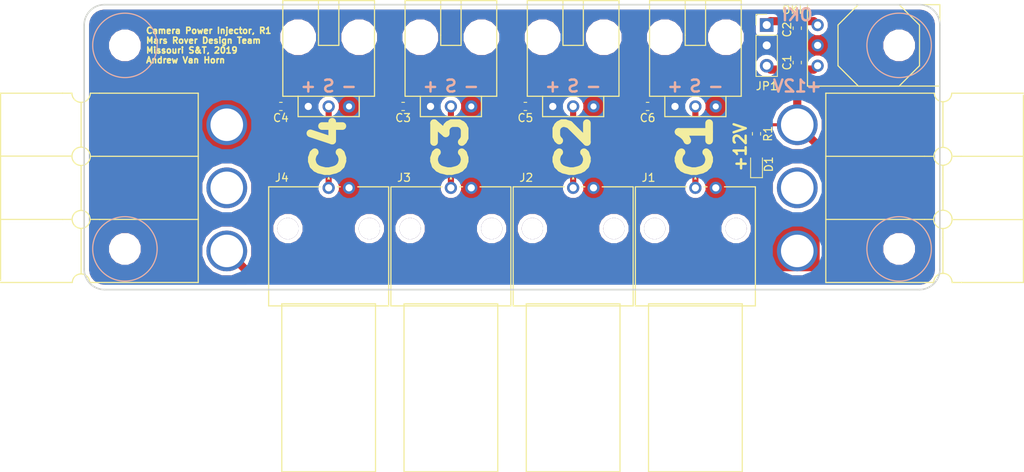
<source format=kicad_pcb>
(kicad_pcb (version 20171130) (host pcbnew "(5.0.2)-1")

  (general
    (thickness 1.6)
    (drawings 28)
    (tracks 26)
    (zones 0)
    (modules 24)
    (nets 10)
  )

  (page A4)
  (layers
    (0 F.Cu signal)
    (31 B.Cu signal)
    (32 B.Adhes user)
    (33 F.Adhes user)
    (34 B.Paste user)
    (35 F.Paste user)
    (36 B.SilkS user)
    (37 F.SilkS user)
    (38 B.Mask user)
    (39 F.Mask user)
    (40 Dwgs.User user)
    (41 Cmts.User user)
    (42 Eco1.User user)
    (43 Eco2.User user)
    (44 Edge.Cuts user)
    (45 Margin user)
    (46 B.CrtYd user)
    (47 F.CrtYd user)
    (48 B.Fab user)
    (49 F.Fab user)
  )

  (setup
    (last_trace_width 0.381)
    (user_trace_width 0.381)
    (user_trace_width 0.762)
    (user_trace_width 1.016)
    (user_trace_width 1.27)
    (trace_clearance 0.2)
    (zone_clearance 0.508)
    (zone_45_only no)
    (trace_min 0.2)
    (segment_width 0.2)
    (edge_width 0.2)
    (via_size 0.8)
    (via_drill 0.4)
    (via_min_size 0.4)
    (via_min_drill 0.3)
    (uvia_size 0.3)
    (uvia_drill 0.1)
    (uvias_allowed no)
    (uvia_min_size 0.2)
    (uvia_min_drill 0.1)
    (pcb_text_width 0.3)
    (pcb_text_size 1.5 1.5)
    (mod_edge_width 0.15)
    (mod_text_size 1 1)
    (mod_text_width 0.15)
    (pad_size 1.524 1.524)
    (pad_drill 0.762)
    (pad_to_mask_clearance 0.051)
    (solder_mask_min_width 0.25)
    (aux_axis_origin 0 0)
    (visible_elements FFFFFF7F)
    (pcbplotparams
      (layerselection 0x010fc_ffffffff)
      (usegerberextensions false)
      (usegerberattributes false)
      (usegerberadvancedattributes false)
      (creategerberjobfile false)
      (excludeedgelayer true)
      (linewidth 0.100000)
      (plotframeref false)
      (viasonmask false)
      (mode 1)
      (useauxorigin false)
      (hpglpennumber 1)
      (hpglpenspeed 20)
      (hpglpendiameter 15.000000)
      (psnegative false)
      (psa4output false)
      (plotreference true)
      (plotvalue true)
      (plotinvisibletext false)
      (padsonsilk false)
      (subtractmaskfromsilk false)
      (outputformat 1)
      (mirror false)
      (drillshape 0)
      (scaleselection 1)
      (outputdirectory "Gerbs/"))
  )

  (net 0 "")
  (net 1 GND)
  (net 2 VDDA)
  (net 3 VDDF)
  (net 4 VCOM)
  (net 5 C1_Sig)
  (net 6 C2_Sig)
  (net 7 C3_Sig)
  (net 8 C4_Sig)
  (net 9 "Net-(D1-Pad2)")

  (net_class Default "This is the default net class."
    (clearance 0.2)
    (trace_width 0.25)
    (via_dia 0.8)
    (via_drill 0.4)
    (uvia_dia 0.3)
    (uvia_drill 0.1)
    (add_net C1_Sig)
    (add_net C2_Sig)
    (add_net C3_Sig)
    (add_net C4_Sig)
    (add_net GND)
    (add_net "Net-(D1-Pad2)")
    (add_net VCOM)
    (add_net VDDA)
    (add_net VDDF)
  )

  (module MRDT_Drill_Holes:4_40_Hole (layer B.Cu) (tedit 5B784972) (tstamp 5CB177B0)
    (at 147.32 101.6)
    (fp_text reference REF** (at -0.00508 -0.50508) (layer B.SilkS) hide
      (effects (font (size 1 1) (thickness 0.15)) (justify mirror))
    )
    (fp_text value 4_40_Hole (at -0.00508 0.49492) (layer B.Fab) hide
      (effects (font (size 1 1) (thickness 0.15)) (justify mirror))
    )
    (fp_circle (center 0 0) (end -0.00508 -4.01828) (layer B.SilkS) (width 0.15))
    (pad "" np_thru_hole circle (at 0 0) (size 2.9464 2.9464) (drill 2.9464) (layers *.Cu *.Mask))
  )

  (module MRDT_Drill_Holes:4_40_Hole (layer B.Cu) (tedit 5B784972) (tstamp 5CB177A6)
    (at 147.32 127)
    (fp_text reference REF** (at -0.00508 -0.50508) (layer B.SilkS) hide
      (effects (font (size 1 1) (thickness 0.15)) (justify mirror))
    )
    (fp_text value 4_40_Hole (at -0.00508 0.49492) (layer B.Fab) hide
      (effects (font (size 1 1) (thickness 0.15)) (justify mirror))
    )
    (fp_circle (center 0 0) (end -0.00508 -4.01828) (layer B.SilkS) (width 0.15))
    (pad "" np_thru_hole circle (at 0 0) (size 2.9464 2.9464) (drill 2.9464) (layers *.Cu *.Mask))
  )

  (module MRDT_Drill_Holes:4_40_Hole (layer B.Cu) (tedit 5B784972) (tstamp 5CB1779C)
    (at 50.8 127)
    (fp_text reference REF** (at -0.00508 -0.50508) (layer B.SilkS) hide
      (effects (font (size 1 1) (thickness 0.15)) (justify mirror))
    )
    (fp_text value 4_40_Hole (at -0.00508 0.49492) (layer B.Fab) hide
      (effects (font (size 1 1) (thickness 0.15)) (justify mirror))
    )
    (fp_circle (center 0 0) (end -0.00508 -4.01828) (layer B.SilkS) (width 0.15))
    (pad "" np_thru_hole circle (at 0 0) (size 2.9464 2.9464) (drill 2.9464) (layers *.Cu *.Mask))
  )

  (module Capacitor_SMD:C_0603_1608Metric_Pad1.05x0.95mm_HandSolder (layer F.Cu) (tedit 5B301BBE) (tstamp 5CB0A03A)
    (at 134.62 103.745 90)
    (descr "Capacitor SMD 0603 (1608 Metric), square (rectangular) end terminal, IPC_7351 nominal with elongated pad for handsoldering. (Body size source: http://www.tortai-tech.com/upload/download/2011102023233369053.pdf), generated with kicad-footprint-generator")
    (tags "capacitor handsolder")
    (path /5CA41507)
    (attr smd)
    (fp_text reference C1 (at 0 -1.27 90) (layer F.SilkS)
      (effects (font (size 1 1) (thickness 0.15)))
    )
    (fp_text value 10u (at 0 1.43 90) (layer F.Fab)
      (effects (font (size 1 1) (thickness 0.15)))
    )
    (fp_text user %R (at 0 0 90) (layer F.Fab)
      (effects (font (size 0.4 0.4) (thickness 0.06)))
    )
    (fp_line (start 1.65 0.73) (end -1.65 0.73) (layer F.CrtYd) (width 0.05))
    (fp_line (start 1.65 -0.73) (end 1.65 0.73) (layer F.CrtYd) (width 0.05))
    (fp_line (start -1.65 -0.73) (end 1.65 -0.73) (layer F.CrtYd) (width 0.05))
    (fp_line (start -1.65 0.73) (end -1.65 -0.73) (layer F.CrtYd) (width 0.05))
    (fp_line (start -0.171267 0.51) (end 0.171267 0.51) (layer F.SilkS) (width 0.12))
    (fp_line (start -0.171267 -0.51) (end 0.171267 -0.51) (layer F.SilkS) (width 0.12))
    (fp_line (start 0.8 0.4) (end -0.8 0.4) (layer F.Fab) (width 0.1))
    (fp_line (start 0.8 -0.4) (end 0.8 0.4) (layer F.Fab) (width 0.1))
    (fp_line (start -0.8 -0.4) (end 0.8 -0.4) (layer F.Fab) (width 0.1))
    (fp_line (start -0.8 0.4) (end -0.8 -0.4) (layer F.Fab) (width 0.1))
    (pad 2 smd roundrect (at 0.875 0 90) (size 1.05 0.95) (layers F.Cu F.Paste F.Mask) (roundrect_rratio 0.25)
      (net 1 GND))
    (pad 1 smd roundrect (at -0.875 0 90) (size 1.05 0.95) (layers F.Cu F.Paste F.Mask) (roundrect_rratio 0.25)
      (net 2 VDDA))
    (model ${KISYS3DMOD}/Capacitor_SMD.3dshapes/C_0603_1608Metric.wrl
      (at (xyz 0 0 0))
      (scale (xyz 1 1 1))
      (rotate (xyz 0 0 0))
    )
  )

  (module Capacitor_SMD:C_0603_1608Metric_Pad1.05x0.95mm_HandSolder (layer F.Cu) (tedit 5B301BBE) (tstamp 5CB0A04B)
    (at 134.62 99.455 270)
    (descr "Capacitor SMD 0603 (1608 Metric), square (rectangular) end terminal, IPC_7351 nominal with elongated pad for handsoldering. (Body size source: http://www.tortai-tech.com/upload/download/2011102023233369053.pdf), generated with kicad-footprint-generator")
    (tags "capacitor handsolder")
    (path /5CA414D5)
    (attr smd)
    (fp_text reference C2 (at 0.171267 1.27 270) (layer F.SilkS)
      (effects (font (size 1 1) (thickness 0.15)))
    )
    (fp_text value 10u (at 0 1.43 270) (layer F.Fab)
      (effects (font (size 1 1) (thickness 0.15)))
    )
    (fp_line (start -0.8 0.4) (end -0.8 -0.4) (layer F.Fab) (width 0.1))
    (fp_line (start -0.8 -0.4) (end 0.8 -0.4) (layer F.Fab) (width 0.1))
    (fp_line (start 0.8 -0.4) (end 0.8 0.4) (layer F.Fab) (width 0.1))
    (fp_line (start 0.8 0.4) (end -0.8 0.4) (layer F.Fab) (width 0.1))
    (fp_line (start -0.171267 -0.51) (end 0.171267 -0.51) (layer F.SilkS) (width 0.12))
    (fp_line (start -0.171267 0.51) (end 0.171267 0.51) (layer F.SilkS) (width 0.12))
    (fp_line (start -1.65 0.73) (end -1.65 -0.73) (layer F.CrtYd) (width 0.05))
    (fp_line (start -1.65 -0.73) (end 1.65 -0.73) (layer F.CrtYd) (width 0.05))
    (fp_line (start 1.65 -0.73) (end 1.65 0.73) (layer F.CrtYd) (width 0.05))
    (fp_line (start 1.65 0.73) (end -1.65 0.73) (layer F.CrtYd) (width 0.05))
    (fp_text user %R (at 0 0 270) (layer F.Fab)
      (effects (font (size 0.4 0.4) (thickness 0.06)))
    )
    (pad 1 smd roundrect (at -0.875 0 270) (size 1.05 0.95) (layers F.Cu F.Paste F.Mask) (roundrect_rratio 0.25)
      (net 3 VDDF))
    (pad 2 smd roundrect (at 0.875 0 270) (size 1.05 0.95) (layers F.Cu F.Paste F.Mask) (roundrect_rratio 0.25)
      (net 1 GND))
    (model ${KISYS3DMOD}/Capacitor_SMD.3dshapes/C_0603_1608Metric.wrl
      (at (xyz 0 0 0))
      (scale (xyz 1 1 1))
      (rotate (xyz 0 0 0))
    )
  )

  (module Capacitor_SMD:C_0603_1608Metric_Pad1.05x0.95mm_HandSolder (layer F.Cu) (tedit 5B301BBE) (tstamp 5CB0A05C)
    (at 85.485 109.22 180)
    (descr "Capacitor SMD 0603 (1608 Metric), square (rectangular) end terminal, IPC_7351 nominal with elongated pad for handsoldering. (Body size source: http://www.tortai-tech.com/upload/download/2011102023233369053.pdf), generated with kicad-footprint-generator")
    (tags "capacitor handsolder")
    (path /5CA460E9)
    (attr smd)
    (fp_text reference C3 (at 0 -1.43 180) (layer F.SilkS)
      (effects (font (size 1 1) (thickness 0.15)))
    )
    (fp_text value 10u (at 0 1.43 180) (layer F.Fab)
      (effects (font (size 1 1) (thickness 0.15)))
    )
    (fp_line (start -0.8 0.4) (end -0.8 -0.4) (layer F.Fab) (width 0.1))
    (fp_line (start -0.8 -0.4) (end 0.8 -0.4) (layer F.Fab) (width 0.1))
    (fp_line (start 0.8 -0.4) (end 0.8 0.4) (layer F.Fab) (width 0.1))
    (fp_line (start 0.8 0.4) (end -0.8 0.4) (layer F.Fab) (width 0.1))
    (fp_line (start -0.171267 -0.51) (end 0.171267 -0.51) (layer F.SilkS) (width 0.12))
    (fp_line (start -0.171267 0.51) (end 0.171267 0.51) (layer F.SilkS) (width 0.12))
    (fp_line (start -1.65 0.73) (end -1.65 -0.73) (layer F.CrtYd) (width 0.05))
    (fp_line (start -1.65 -0.73) (end 1.65 -0.73) (layer F.CrtYd) (width 0.05))
    (fp_line (start 1.65 -0.73) (end 1.65 0.73) (layer F.CrtYd) (width 0.05))
    (fp_line (start 1.65 0.73) (end -1.65 0.73) (layer F.CrtYd) (width 0.05))
    (fp_text user %R (at 0 0 180) (layer F.Fab)
      (effects (font (size 0.4 0.4) (thickness 0.06)))
    )
    (pad 1 smd roundrect (at -0.875 0 180) (size 1.05 0.95) (layers F.Cu F.Paste F.Mask) (roundrect_rratio 0.25)
      (net 4 VCOM))
    (pad 2 smd roundrect (at 0.875 0 180) (size 1.05 0.95) (layers F.Cu F.Paste F.Mask) (roundrect_rratio 0.25)
      (net 1 GND))
    (model ${KISYS3DMOD}/Capacitor_SMD.3dshapes/C_0603_1608Metric.wrl
      (at (xyz 0 0 0))
      (scale (xyz 1 1 1))
      (rotate (xyz 0 0 0))
    )
  )

  (module Capacitor_SMD:C_0603_1608Metric_Pad1.05x0.95mm_HandSolder (layer F.Cu) (tedit 5B301BBE) (tstamp 5CB0A06D)
    (at 70.245 109.22 180)
    (descr "Capacitor SMD 0603 (1608 Metric), square (rectangular) end terminal, IPC_7351 nominal with elongated pad for handsoldering. (Body size source: http://www.tortai-tech.com/upload/download/2011102023233369053.pdf), generated with kicad-footprint-generator")
    (tags "capacitor handsolder")
    (path /5CA48500)
    (attr smd)
    (fp_text reference C4 (at 0 -1.43 180) (layer F.SilkS)
      (effects (font (size 1 1) (thickness 0.15)))
    )
    (fp_text value 10u (at 0 1.43 180) (layer F.Fab)
      (effects (font (size 1 1) (thickness 0.15)))
    )
    (fp_text user %R (at 0 0 180) (layer F.Fab)
      (effects (font (size 0.4 0.4) (thickness 0.06)))
    )
    (fp_line (start 1.65 0.73) (end -1.65 0.73) (layer F.CrtYd) (width 0.05))
    (fp_line (start 1.65 -0.73) (end 1.65 0.73) (layer F.CrtYd) (width 0.05))
    (fp_line (start -1.65 -0.73) (end 1.65 -0.73) (layer F.CrtYd) (width 0.05))
    (fp_line (start -1.65 0.73) (end -1.65 -0.73) (layer F.CrtYd) (width 0.05))
    (fp_line (start -0.171267 0.51) (end 0.171267 0.51) (layer F.SilkS) (width 0.12))
    (fp_line (start -0.171267 -0.51) (end 0.171267 -0.51) (layer F.SilkS) (width 0.12))
    (fp_line (start 0.8 0.4) (end -0.8 0.4) (layer F.Fab) (width 0.1))
    (fp_line (start 0.8 -0.4) (end 0.8 0.4) (layer F.Fab) (width 0.1))
    (fp_line (start -0.8 -0.4) (end 0.8 -0.4) (layer F.Fab) (width 0.1))
    (fp_line (start -0.8 0.4) (end -0.8 -0.4) (layer F.Fab) (width 0.1))
    (pad 2 smd roundrect (at 0.875 0 180) (size 1.05 0.95) (layers F.Cu F.Paste F.Mask) (roundrect_rratio 0.25)
      (net 1 GND))
    (pad 1 smd roundrect (at -0.875 0 180) (size 1.05 0.95) (layers F.Cu F.Paste F.Mask) (roundrect_rratio 0.25)
      (net 4 VCOM))
    (model ${KISYS3DMOD}/Capacitor_SMD.3dshapes/C_0603_1608Metric.wrl
      (at (xyz 0 0 0))
      (scale (xyz 1 1 1))
      (rotate (xyz 0 0 0))
    )
  )

  (module Capacitor_SMD:C_0603_1608Metric_Pad1.05x0.95mm_HandSolder (layer F.Cu) (tedit 5B301BBE) (tstamp 5CB0A07E)
    (at 100.725 109.22 180)
    (descr "Capacitor SMD 0603 (1608 Metric), square (rectangular) end terminal, IPC_7351 nominal with elongated pad for handsoldering. (Body size source: http://www.tortai-tech.com/upload/download/2011102023233369053.pdf), generated with kicad-footprint-generator")
    (tags "capacitor handsolder")
    (path /5CA48604)
    (attr smd)
    (fp_text reference C5 (at 0 -1.43 180) (layer F.SilkS)
      (effects (font (size 1 1) (thickness 0.15)))
    )
    (fp_text value 10u (at 0 1.43 180) (layer F.Fab)
      (effects (font (size 1 1) (thickness 0.15)))
    )
    (fp_line (start -0.8 0.4) (end -0.8 -0.4) (layer F.Fab) (width 0.1))
    (fp_line (start -0.8 -0.4) (end 0.8 -0.4) (layer F.Fab) (width 0.1))
    (fp_line (start 0.8 -0.4) (end 0.8 0.4) (layer F.Fab) (width 0.1))
    (fp_line (start 0.8 0.4) (end -0.8 0.4) (layer F.Fab) (width 0.1))
    (fp_line (start -0.171267 -0.51) (end 0.171267 -0.51) (layer F.SilkS) (width 0.12))
    (fp_line (start -0.171267 0.51) (end 0.171267 0.51) (layer F.SilkS) (width 0.12))
    (fp_line (start -1.65 0.73) (end -1.65 -0.73) (layer F.CrtYd) (width 0.05))
    (fp_line (start -1.65 -0.73) (end 1.65 -0.73) (layer F.CrtYd) (width 0.05))
    (fp_line (start 1.65 -0.73) (end 1.65 0.73) (layer F.CrtYd) (width 0.05))
    (fp_line (start 1.65 0.73) (end -1.65 0.73) (layer F.CrtYd) (width 0.05))
    (fp_text user %R (at 0 0 180) (layer F.Fab)
      (effects (font (size 0.4 0.4) (thickness 0.06)))
    )
    (pad 1 smd roundrect (at -0.875 0 180) (size 1.05 0.95) (layers F.Cu F.Paste F.Mask) (roundrect_rratio 0.25)
      (net 4 VCOM))
    (pad 2 smd roundrect (at 0.875 0 180) (size 1.05 0.95) (layers F.Cu F.Paste F.Mask) (roundrect_rratio 0.25)
      (net 1 GND))
    (model ${KISYS3DMOD}/Capacitor_SMD.3dshapes/C_0603_1608Metric.wrl
      (at (xyz 0 0 0))
      (scale (xyz 1 1 1))
      (rotate (xyz 0 0 0))
    )
  )

  (module Capacitor_SMD:C_0603_1608Metric_Pad1.05x0.95mm_HandSolder (layer F.Cu) (tedit 5B301BBE) (tstamp 5CB0A08F)
    (at 115.965 109.22 180)
    (descr "Capacitor SMD 0603 (1608 Metric), square (rectangular) end terminal, IPC_7351 nominal with elongated pad for handsoldering. (Body size source: http://www.tortai-tech.com/upload/download/2011102023233369053.pdf), generated with kicad-footprint-generator")
    (tags "capacitor handsolder")
    (path /5CA486E8)
    (attr smd)
    (fp_text reference C6 (at 0 -1.43 180) (layer F.SilkS)
      (effects (font (size 1 1) (thickness 0.15)))
    )
    (fp_text value 10u (at 0 1.43 180) (layer F.Fab)
      (effects (font (size 1 1) (thickness 0.15)))
    )
    (fp_text user %R (at 0 0 180) (layer F.Fab)
      (effects (font (size 0.4 0.4) (thickness 0.06)))
    )
    (fp_line (start 1.65 0.73) (end -1.65 0.73) (layer F.CrtYd) (width 0.05))
    (fp_line (start 1.65 -0.73) (end 1.65 0.73) (layer F.CrtYd) (width 0.05))
    (fp_line (start -1.65 -0.73) (end 1.65 -0.73) (layer F.CrtYd) (width 0.05))
    (fp_line (start -1.65 0.73) (end -1.65 -0.73) (layer F.CrtYd) (width 0.05))
    (fp_line (start -0.171267 0.51) (end 0.171267 0.51) (layer F.SilkS) (width 0.12))
    (fp_line (start -0.171267 -0.51) (end 0.171267 -0.51) (layer F.SilkS) (width 0.12))
    (fp_line (start 0.8 0.4) (end -0.8 0.4) (layer F.Fab) (width 0.1))
    (fp_line (start 0.8 -0.4) (end 0.8 0.4) (layer F.Fab) (width 0.1))
    (fp_line (start -0.8 -0.4) (end 0.8 -0.4) (layer F.Fab) (width 0.1))
    (fp_line (start -0.8 0.4) (end -0.8 -0.4) (layer F.Fab) (width 0.1))
    (pad 2 smd roundrect (at 0.875 0 180) (size 1.05 0.95) (layers F.Cu F.Paste F.Mask) (roundrect_rratio 0.25)
      (net 1 GND))
    (pad 1 smd roundrect (at -0.875 0 180) (size 1.05 0.95) (layers F.Cu F.Paste F.Mask) (roundrect_rratio 0.25)
      (net 4 VCOM))
    (model ${KISYS3DMOD}/Capacitor_SMD.3dshapes/C_0603_1608Metric.wrl
      (at (xyz 0 0 0))
      (scale (xyz 1 1 1))
      (rotate (xyz 0 0 0))
    )
  )

  (module MRDT_Connectors:Anderson_3_Horizontal_Side_by_Side (layer F.Cu) (tedit 5C22EE3C) (tstamp 5CB0A0B2)
    (at 138.176 107.569 180)
    (path /5CA3DEAD)
    (fp_text reference Conn1 (at -2.032 0.762 180) (layer F.SilkS) hide
      (effects (font (size 1 1) (thickness 0.15)))
    )
    (fp_text value AndersonPP (at -12.8905 -24.638 180) (layer F.Fab)
      (effects (font (size 1 1) (thickness 0.15)))
    )
    (fp_line (start -0.004 0) (end -0.004 -23.624) (layer F.SilkS) (width 0.15))
    (fp_line (start -24.642 -0.252) (end -24.642 -23.624) (layer F.SilkS) (width 0.15))
    (fp_line (start -12.319 -23.622) (end 0 -23.622) (layer F.SilkS) (width 0.15))
    (fp_line (start -24.638 -23.622) (end -16.891 -23.622) (layer F.SilkS) (width 0.15))
    (fp_line (start -16.891 -7.874) (end -24.638 -7.874) (layer F.SilkS) (width 0.15))
    (fp_line (start -12.319 -7.874) (end 0 -7.874) (layer F.SilkS) (width 0.15))
    (fp_circle (center -14.605 -15.748) (end -14.605 -14.605) (layer F.SilkS) (width 0.15))
    (fp_line (start -14.605 -18.034) (end -14.605 -21.3106) (layer F.SilkS) (width 0.15))
    (fp_line (start -12.319 -15.748) (end 0 -15.748) (layer F.SilkS) (width 0.15))
    (fp_line (start -14.605 -13.462) (end -14.605 -10.16) (layer F.SilkS) (width 0.15))
    (fp_line (start -12.319 -15.748) (end -13.462 -15.748) (layer F.SilkS) (width 0.15))
    (fp_line (start -14.605 -18.034) (end -14.605 -16.891) (layer F.SilkS) (width 0.15))
    (fp_line (start -24.638 -15.7734) (end -15.748 -15.7734) (layer F.SilkS) (width 0.15))
    (fp_line (start -14.605 -13.462) (end -14.605 -14.605) (layer F.SilkS) (width 0.15))
    (fp_line (start -14.605 -22.479) (end -14.605 -21.3106) (layer F.SilkS) (width 0.15))
    (fp_line (start -12.3444 -23.622) (end -13.4366 -23.622) (layer F.SilkS) (width 0.15))
    (fp_line (start -16.9164 -7.874) (end -15.748 -7.874) (layer F.SilkS) (width 0.15))
    (fp_line (start -14.605 -10.1854) (end -14.605 -9.017) (layer F.SilkS) (width 0.15))
    (fp_line (start -12.2936 -7.874) (end -13.4874 -7.874) (layer F.SilkS) (width 0.15))
    (fp_arc (start -14.605 -23.622) (end -14.605 -22.479) (angle 90) (layer F.SilkS) (width 0.15))
    (fp_arc (start -14.605 -23.622) (end -13.462 -23.622) (angle 90) (layer F.SilkS) (width 0.15))
    (fp_line (start -15.748 -23.622) (end -16.9672 -23.622) (layer F.SilkS) (width 0.15))
    (fp_line (start -13.4874 0) (end -0.004 0) (layer F.SilkS) (width 0.15))
    (fp_line (start -15.748 0) (end -24.638 0) (layer F.SilkS) (width 0.15))
    (fp_circle (center -14.605 -7.874) (end -13.4874 -7.874) (layer F.SilkS) (width 0.15))
    (fp_arc (start -14.6304 0) (end -15.6972 0) (angle 90) (layer F.SilkS) (width 0.15))
    (fp_arc (start -14.605 0) (end -14.605 -1.0668) (angle 90) (layer F.SilkS) (width 0.15))
    (fp_line (start -14.605 -6.7056) (end -14.605 -1.143) (layer F.SilkS) (width 0.15))
    (pad 1 thru_hole circle (at 3.556 -19.685 180) (size 5.08 5.08) (drill 4.06) (layers *.Cu *.Mask F.Paste)
      (net 1 GND))
    (pad 2 thru_hole circle (at 3.556 -11.811 180) (size 5.08 5.08) (drill 4.06) (layers *.Cu *.Mask F.Paste))
    (pad 3 thru_hole circle (at 3.556 -3.937 180) (size 5.08 5.08) (drill 4.06) (layers *.Cu *.Mask F.Paste)
      (net 2 VDDA))
    (model "${MRDT_KICAD_LIBRARIES}/3D Files/MRDT_Connctors/Anderson_3_Horizontal_Side_by_Side.stp"
      (offset (xyz 0 0 7.619999885559082))
      (scale (xyz 1 1 1))
      (rotate (xyz 180 0 180))
    )
  )

  (module MRDT_Connectors:MOLEX_SL_03_Horizontal (layer F.Cu) (tedit 5C675A44) (tstamp 5CB0A0C8)
    (at 121.92 109.22)
    (path /5CA3EEA1)
    (fp_text reference Conn2 (at -1.27 2.54) (layer F.SilkS) hide
      (effects (font (size 1 1) (thickness 0.15)))
    )
    (fp_text value Molex_SL_03 (at 0.635 2.032) (layer F.Fab)
      (effects (font (size 1 1) (thickness 0.15)))
    )
    (fp_line (start -3.81 1.27) (end -3.81 -1.27) (layer F.SilkS) (width 0.15))
    (fp_line (start 3.81 -1.27) (end 3.81 1.27) (layer F.SilkS) (width 0.15))
    (fp_line (start -1.27 -8.89) (end -1.27 -12.7) (layer F.SilkS) (width 0.15))
    (fp_line (start -1.27 -8.89) (end -1.27 -7.62) (layer F.SilkS) (width 0.15))
    (fp_line (start -3.81 -1.27) (end -5.715 -1.27) (layer F.SilkS) (width 0.15))
    (fp_line (start -5.715 -1.27) (end -5.715 -13.208) (layer F.SilkS) (width 0.15))
    (fp_line (start -1.27 -13.208) (end -1.27 -12.7) (layer F.SilkS) (width 0.15))
    (fp_line (start 5.715 -1.27) (end 5.715 -13.208) (layer F.SilkS) (width 0.15))
    (fp_line (start 1.27 -13.208) (end 1.27 -7.62) (layer F.SilkS) (width 0.15))
    (fp_line (start 3.81 1.27) (end -3.81 1.27) (layer F.SilkS) (width 0.15))
    (fp_line (start 5.715 -1.27) (end -3.81 -1.27) (layer F.SilkS) (width 0.15))
    (fp_line (start 5.715 -13.208) (end -5.715 -13.208) (layer F.SilkS) (width 0.15))
    (fp_line (start 1.27 -7.62) (end -1.27 -7.62) (layer F.SilkS) (width 0.15))
    (pad "" np_thru_hole circle (at 3.81 -8.636) (size 3.45 3.45) (drill 3.45) (layers *.Cu *.Mask))
    (pad "" np_thru_hole circle (at -3.81 -8.636) (size 3.45 3.45) (drill 3.45) (layers *.Cu *.Mask))
    (pad 3 thru_hole circle (at 2.54 0) (size 1.524 1.524) (drill 0.762) (layers *.Cu *.Mask)
      (net 1 GND))
    (pad 2 thru_hole circle (at 0 0) (size 1.524 1.524) (drill 0.9) (layers *.Cu *.Mask)
      (net 5 C1_Sig))
    (pad 1 thru_hole circle (at -2.54 0) (size 1.524 1.524) (drill 0.9) (layers *.Cu *.Mask)
      (net 4 VCOM))
    (model "${MRDT_KICAD_LIBRARIES}/3D Files/MRDT_Connctors/Molex_SL_03_Horizontal.stp"
      (offset (xyz 5.079999923706055 12.95399980545044 0))
      (scale (xyz 1 1 1))
      (rotate (xyz 0 0 180))
    )
  )

  (module MRDT_Connectors:MOLEX_SL_03_Horizontal (layer F.Cu) (tedit 5C675A44) (tstamp 5CB0A0DE)
    (at 106.68 109.22)
    (path /5CA3EE89)
    (fp_text reference Conn3 (at -1.27 2.54) (layer F.SilkS) hide
      (effects (font (size 1 1) (thickness 0.15)))
    )
    (fp_text value Molex_SL_03 (at 0.635 2.032) (layer F.Fab)
      (effects (font (size 1 1) (thickness 0.15)))
    )
    (fp_line (start 1.27 -7.62) (end -1.27 -7.62) (layer F.SilkS) (width 0.15))
    (fp_line (start 5.715 -13.208) (end -5.715 -13.208) (layer F.SilkS) (width 0.15))
    (fp_line (start 5.715 -1.27) (end -3.81 -1.27) (layer F.SilkS) (width 0.15))
    (fp_line (start 3.81 1.27) (end -3.81 1.27) (layer F.SilkS) (width 0.15))
    (fp_line (start 1.27 -13.208) (end 1.27 -7.62) (layer F.SilkS) (width 0.15))
    (fp_line (start 5.715 -1.27) (end 5.715 -13.208) (layer F.SilkS) (width 0.15))
    (fp_line (start -1.27 -13.208) (end -1.27 -12.7) (layer F.SilkS) (width 0.15))
    (fp_line (start -5.715 -1.27) (end -5.715 -13.208) (layer F.SilkS) (width 0.15))
    (fp_line (start -3.81 -1.27) (end -5.715 -1.27) (layer F.SilkS) (width 0.15))
    (fp_line (start -1.27 -8.89) (end -1.27 -7.62) (layer F.SilkS) (width 0.15))
    (fp_line (start -1.27 -8.89) (end -1.27 -12.7) (layer F.SilkS) (width 0.15))
    (fp_line (start 3.81 -1.27) (end 3.81 1.27) (layer F.SilkS) (width 0.15))
    (fp_line (start -3.81 1.27) (end -3.81 -1.27) (layer F.SilkS) (width 0.15))
    (pad 1 thru_hole circle (at -2.54 0) (size 1.524 1.524) (drill 0.9) (layers *.Cu *.Mask)
      (net 4 VCOM))
    (pad 2 thru_hole circle (at 0 0) (size 1.524 1.524) (drill 0.9) (layers *.Cu *.Mask)
      (net 6 C2_Sig))
    (pad 3 thru_hole circle (at 2.54 0) (size 1.524 1.524) (drill 0.762) (layers *.Cu *.Mask)
      (net 1 GND))
    (pad "" np_thru_hole circle (at -3.81 -8.636) (size 3.45 3.45) (drill 3.45) (layers *.Cu *.Mask))
    (pad "" np_thru_hole circle (at 3.81 -8.636) (size 3.45 3.45) (drill 3.45) (layers *.Cu *.Mask))
    (model "${MRDT_KICAD_LIBRARIES}/3D Files/MRDT_Connctors/Molex_SL_03_Horizontal.stp"
      (offset (xyz 5.079999923706055 12.95399980545044 0))
      (scale (xyz 1 1 1))
      (rotate (xyz 0 0 180))
    )
  )

  (module MRDT_Connectors:MOLEX_SL_03_Horizontal (layer F.Cu) (tedit 5C675A44) (tstamp 5CB0A0F4)
    (at 91.44 109.22)
    (path /5CA3ECB5)
    (fp_text reference Conn4 (at -1.27 2.54) (layer F.SilkS) hide
      (effects (font (size 1 1) (thickness 0.15)))
    )
    (fp_text value Molex_SL_03 (at 0.635 2.032) (layer F.Fab)
      (effects (font (size 1 1) (thickness 0.15)))
    )
    (fp_line (start -3.81 1.27) (end -3.81 -1.27) (layer F.SilkS) (width 0.15))
    (fp_line (start 3.81 -1.27) (end 3.81 1.27) (layer F.SilkS) (width 0.15))
    (fp_line (start -1.27 -8.89) (end -1.27 -12.7) (layer F.SilkS) (width 0.15))
    (fp_line (start -1.27 -8.89) (end -1.27 -7.62) (layer F.SilkS) (width 0.15))
    (fp_line (start -3.81 -1.27) (end -5.715 -1.27) (layer F.SilkS) (width 0.15))
    (fp_line (start -5.715 -1.27) (end -5.715 -13.208) (layer F.SilkS) (width 0.15))
    (fp_line (start -1.27 -13.208) (end -1.27 -12.7) (layer F.SilkS) (width 0.15))
    (fp_line (start 5.715 -1.27) (end 5.715 -13.208) (layer F.SilkS) (width 0.15))
    (fp_line (start 1.27 -13.208) (end 1.27 -7.62) (layer F.SilkS) (width 0.15))
    (fp_line (start 3.81 1.27) (end -3.81 1.27) (layer F.SilkS) (width 0.15))
    (fp_line (start 5.715 -1.27) (end -3.81 -1.27) (layer F.SilkS) (width 0.15))
    (fp_line (start 5.715 -13.208) (end -5.715 -13.208) (layer F.SilkS) (width 0.15))
    (fp_line (start 1.27 -7.62) (end -1.27 -7.62) (layer F.SilkS) (width 0.15))
    (pad "" np_thru_hole circle (at 3.81 -8.636) (size 3.45 3.45) (drill 3.45) (layers *.Cu *.Mask))
    (pad "" np_thru_hole circle (at -3.81 -8.636) (size 3.45 3.45) (drill 3.45) (layers *.Cu *.Mask))
    (pad 3 thru_hole circle (at 2.54 0) (size 1.524 1.524) (drill 0.762) (layers *.Cu *.Mask)
      (net 1 GND))
    (pad 2 thru_hole circle (at 0 0) (size 1.524 1.524) (drill 0.9) (layers *.Cu *.Mask)
      (net 7 C3_Sig))
    (pad 1 thru_hole circle (at -2.54 0) (size 1.524 1.524) (drill 0.9) (layers *.Cu *.Mask)
      (net 4 VCOM))
    (model "${MRDT_KICAD_LIBRARIES}/3D Files/MRDT_Connctors/Molex_SL_03_Horizontal.stp"
      (offset (xyz 5.079999923706055 12.95399980545044 0))
      (scale (xyz 1 1 1))
      (rotate (xyz 0 0 180))
    )
  )

  (module MRDT_Connectors:MOLEX_SL_03_Horizontal (layer F.Cu) (tedit 5C675A44) (tstamp 5CB0A10A)
    (at 76.2 109.22)
    (path /5CA3E09E)
    (fp_text reference Conn5 (at -1.27 2.54) (layer F.SilkS) hide
      (effects (font (size 1 1) (thickness 0.15)))
    )
    (fp_text value Molex_SL_03 (at 0.635 2.032) (layer F.Fab)
      (effects (font (size 1 1) (thickness 0.15)))
    )
    (fp_line (start 1.27 -7.62) (end -1.27 -7.62) (layer F.SilkS) (width 0.15))
    (fp_line (start 5.715 -13.208) (end -5.715 -13.208) (layer F.SilkS) (width 0.15))
    (fp_line (start 5.715 -1.27) (end -3.81 -1.27) (layer F.SilkS) (width 0.15))
    (fp_line (start 3.81 1.27) (end -3.81 1.27) (layer F.SilkS) (width 0.15))
    (fp_line (start 1.27 -13.208) (end 1.27 -7.62) (layer F.SilkS) (width 0.15))
    (fp_line (start 5.715 -1.27) (end 5.715 -13.208) (layer F.SilkS) (width 0.15))
    (fp_line (start -1.27 -13.208) (end -1.27 -12.7) (layer F.SilkS) (width 0.15))
    (fp_line (start -5.715 -1.27) (end -5.715 -13.208) (layer F.SilkS) (width 0.15))
    (fp_line (start -3.81 -1.27) (end -5.715 -1.27) (layer F.SilkS) (width 0.15))
    (fp_line (start -1.27 -8.89) (end -1.27 -7.62) (layer F.SilkS) (width 0.15))
    (fp_line (start -1.27 -8.89) (end -1.27 -12.7) (layer F.SilkS) (width 0.15))
    (fp_line (start 3.81 -1.27) (end 3.81 1.27) (layer F.SilkS) (width 0.15))
    (fp_line (start -3.81 1.27) (end -3.81 -1.27) (layer F.SilkS) (width 0.15))
    (pad 1 thru_hole circle (at -2.54 0) (size 1.524 1.524) (drill 0.9) (layers *.Cu *.Mask)
      (net 4 VCOM))
    (pad 2 thru_hole circle (at 0 0) (size 1.524 1.524) (drill 0.9) (layers *.Cu *.Mask)
      (net 8 C4_Sig))
    (pad 3 thru_hole circle (at 2.54 0) (size 1.524 1.524) (drill 0.762) (layers *.Cu *.Mask)
      (net 1 GND))
    (pad "" np_thru_hole circle (at -3.81 -8.636) (size 3.45 3.45) (drill 3.45) (layers *.Cu *.Mask))
    (pad "" np_thru_hole circle (at 3.81 -8.636) (size 3.45 3.45) (drill 3.45) (layers *.Cu *.Mask))
    (model "${MRDT_KICAD_LIBRARIES}/3D Files/MRDT_Connctors/Molex_SL_03_Horizontal.stp"
      (offset (xyz 5.079999923706055 12.95399980545044 0))
      (scale (xyz 1 1 1))
      (rotate (xyz 0 0 180))
    )
  )

  (module MRDT_Connectors:Anderson_3_Horizontal_Side_by_Side (layer F.Cu) (tedit 5C22EE3C) (tstamp 5CB0A12D)
    (at 59.944 131.191)
    (path /5CA5BEDD)
    (fp_text reference Conn6 (at -2.032 0.762) (layer F.SilkS) hide
      (effects (font (size 1 1) (thickness 0.15)))
    )
    (fp_text value AndersonPP (at -12.8905 -24.638) (layer F.Fab)
      (effects (font (size 1 1) (thickness 0.15)))
    )
    (fp_line (start -14.605 -6.7056) (end -14.605 -1.143) (layer F.SilkS) (width 0.15))
    (fp_arc (start -14.605 0) (end -14.605 -1.0668) (angle 90) (layer F.SilkS) (width 0.15))
    (fp_arc (start -14.6304 0) (end -15.6972 0) (angle 90) (layer F.SilkS) (width 0.15))
    (fp_circle (center -14.605 -7.874) (end -13.4874 -7.874) (layer F.SilkS) (width 0.15))
    (fp_line (start -15.748 0) (end -24.638 0) (layer F.SilkS) (width 0.15))
    (fp_line (start -13.4874 0) (end -0.004 0) (layer F.SilkS) (width 0.15))
    (fp_line (start -15.748 -23.622) (end -16.9672 -23.622) (layer F.SilkS) (width 0.15))
    (fp_arc (start -14.605 -23.622) (end -13.462 -23.622) (angle 90) (layer F.SilkS) (width 0.15))
    (fp_arc (start -14.605 -23.622) (end -14.605 -22.479) (angle 90) (layer F.SilkS) (width 0.15))
    (fp_line (start -12.2936 -7.874) (end -13.4874 -7.874) (layer F.SilkS) (width 0.15))
    (fp_line (start -14.605 -10.1854) (end -14.605 -9.017) (layer F.SilkS) (width 0.15))
    (fp_line (start -16.9164 -7.874) (end -15.748 -7.874) (layer F.SilkS) (width 0.15))
    (fp_line (start -12.3444 -23.622) (end -13.4366 -23.622) (layer F.SilkS) (width 0.15))
    (fp_line (start -14.605 -22.479) (end -14.605 -21.3106) (layer F.SilkS) (width 0.15))
    (fp_line (start -14.605 -13.462) (end -14.605 -14.605) (layer F.SilkS) (width 0.15))
    (fp_line (start -24.638 -15.7734) (end -15.748 -15.7734) (layer F.SilkS) (width 0.15))
    (fp_line (start -14.605 -18.034) (end -14.605 -16.891) (layer F.SilkS) (width 0.15))
    (fp_line (start -12.319 -15.748) (end -13.462 -15.748) (layer F.SilkS) (width 0.15))
    (fp_line (start -14.605 -13.462) (end -14.605 -10.16) (layer F.SilkS) (width 0.15))
    (fp_line (start -12.319 -15.748) (end 0 -15.748) (layer F.SilkS) (width 0.15))
    (fp_line (start -14.605 -18.034) (end -14.605 -21.3106) (layer F.SilkS) (width 0.15))
    (fp_circle (center -14.605 -15.748) (end -14.605 -14.605) (layer F.SilkS) (width 0.15))
    (fp_line (start -12.319 -7.874) (end 0 -7.874) (layer F.SilkS) (width 0.15))
    (fp_line (start -16.891 -7.874) (end -24.638 -7.874) (layer F.SilkS) (width 0.15))
    (fp_line (start -24.638 -23.622) (end -16.891 -23.622) (layer F.SilkS) (width 0.15))
    (fp_line (start -12.319 -23.622) (end 0 -23.622) (layer F.SilkS) (width 0.15))
    (fp_line (start -24.642 -0.252) (end -24.642 -23.624) (layer F.SilkS) (width 0.15))
    (fp_line (start -0.004 0) (end -0.004 -23.624) (layer F.SilkS) (width 0.15))
    (pad 3 thru_hole circle (at 3.556 -3.937) (size 5.08 5.08) (drill 4.06) (layers *.Cu *.Mask F.Paste)
      (net 2 VDDA))
    (pad 2 thru_hole circle (at 3.556 -11.811) (size 5.08 5.08) (drill 4.06) (layers *.Cu *.Mask F.Paste))
    (pad 1 thru_hole circle (at 3.556 -19.685) (size 5.08 5.08) (drill 4.06) (layers *.Cu *.Mask F.Paste)
      (net 1 GND))
    (model "${MRDT_KICAD_LIBRARIES}/3D Files/MRDT_Connctors/Anderson_3_Horizontal_Side_by_Side.stp"
      (offset (xyz 0 0 7.619999885559082))
      (scale (xyz 1 1 1))
      (rotate (xyz 180 0 180))
    )
  )

  (module MRDT_Connectors:BNC_THT_Horizontal (layer F.Cu) (tedit 5CA3E8C3) (tstamp 5CB0A14C)
    (at 121.92 119.38 180)
    (path /5CA3E10B)
    (fp_text reference J1 (at 5.842 1.27 180) (layer F.SilkS)
      (effects (font (size 1 1) (thickness 0.15)))
    )
    (fp_text value Conn_Coaxial (at 0 2.794 180) (layer F.SilkS) hide
      (effects (font (size 1 1) (thickness 0.15)))
    )
    (fp_text user "Copyright 2016 Accelerated Designs. All rights reserved." (at 0 0 180) (layer Cmts.User)
      (effects (font (size 0.127 0.127) (thickness 0.002)))
    )
    (fp_line (start 0.635 0) (end 0 1.27) (layer Dwgs.User) (width 0.1524))
    (fp_line (start -0.635 0) (end 0 1.27) (layer Dwgs.User) (width 0.1524))
    (fp_line (start 0.089461 1.091079) (end 0 1.27) (layer F.SilkS) (width 0.1524))
    (fp_line (start -0.089461 1.091079) (end 0 1.27) (layer F.SilkS) (width 0.1524))
    (fp_line (start -5.842 -14.478) (end 5.842 -14.478) (layer F.SilkS) (width 0.1524))
    (fp_line (start 5.842 -14.478) (end 5.842 -35.433) (layer F.SilkS) (width 0.1524))
    (fp_line (start 5.842 -35.433) (end -5.842 -35.433) (layer F.SilkS) (width 0.1524))
    (fp_line (start -5.842 -35.433) (end -5.842 -14.478) (layer F.SilkS) (width 0.1524))
    (fp_line (start -5.715 -14.605) (end 5.715 -14.605) (layer Dwgs.User) (width 0.1524))
    (fp_line (start 5.715 -14.605) (end 5.715 -35.306) (layer Dwgs.User) (width 0.1524))
    (fp_line (start 5.715 -35.306) (end -5.715 -35.306) (layer Dwgs.User) (width 0.1524))
    (fp_line (start -5.715 -35.306) (end -5.715 -14.605) (layer Dwgs.User) (width 0.1524))
    (fp_line (start -7.4803 0.127) (end -3.627348 0.127) (layer F.SilkS) (width 0.1524))
    (fp_line (start 7.4803 0.127) (end 7.4803 -14.732) (layer F.SilkS) (width 0.1524))
    (fp_line (start 7.4803 -14.732) (end -7.4803 -14.732) (layer F.SilkS) (width 0.1524))
    (fp_line (start -7.4803 -14.732) (end -7.4803 0.127) (layer F.SilkS) (width 0.1524))
    (fp_line (start -7.3533 0) (end 7.3533 0) (layer Dwgs.User) (width 0.1524))
    (fp_line (start 7.3533 0) (end 7.3533 -14.605) (layer Dwgs.User) (width 0.1524))
    (fp_line (start 7.3533 -14.605) (end -7.3533 -14.605) (layer Dwgs.User) (width 0.1524))
    (fp_line (start -7.3533 -14.605) (end -7.3533 0) (layer Dwgs.User) (width 0.1524))
    (fp_line (start 1.087348 0.127) (end 7.4803 0.127) (layer F.SilkS) (width 0.1524))
    (fp_line (start -1.452652 0.127) (end -1.087348 0.127) (layer F.SilkS) (width 0.1524))
    (pad 1 thru_hole circle (at 0 0 180) (size 1.524 1.524) (drill 0.889) (layers *.Cu *.Mask)
      (net 5 C1_Sig))
    (pad 2 thru_hole circle (at -2.54 0 180) (size 1.524 1.524) (drill 0.889) (layers *.Cu *.Mask)
      (net 1 GND))
    (pad 3 thru_hole circle (at -5.08 -5.08 180) (size 2.6416 2.6416) (drill 2.6416) (layers *.Cu *.Mask))
    (pad 4 thru_hole circle (at 5.08 -5.08 180) (size 2.6416 2.6416) (drill 2.6416) (layers *.Cu *.Mask))
    (model "${MRDT_KICAD_LIBRARIES}/3D Files/MRDT_Connctors/BNC_Horizontal.stp"
      (offset (xyz 7.238999891281128 -1.269999980926514 0))
      (scale (xyz 1 1 1))
      (rotate (xyz 0 0 -90))
    )
  )

  (module MRDT_Connectors:BNC_THT_Horizontal (layer F.Cu) (tedit 5CA3E8C1) (tstamp 5CB0A16B)
    (at 106.68 119.38 180)
    (path /5CA3E2C6)
    (fp_text reference J2 (at 5.842 1.27 180) (layer F.SilkS)
      (effects (font (size 1 1) (thickness 0.15)))
    )
    (fp_text value Conn_Coaxial (at 0 2.794 180) (layer F.SilkS) hide
      (effects (font (size 1 1) (thickness 0.15)))
    )
    (fp_line (start -1.452652 0.127) (end -1.087348 0.127) (layer F.SilkS) (width 0.1524))
    (fp_line (start 1.087348 0.127) (end 7.4803 0.127) (layer F.SilkS) (width 0.1524))
    (fp_line (start -7.3533 -14.605) (end -7.3533 0) (layer Dwgs.User) (width 0.1524))
    (fp_line (start 7.3533 -14.605) (end -7.3533 -14.605) (layer Dwgs.User) (width 0.1524))
    (fp_line (start 7.3533 0) (end 7.3533 -14.605) (layer Dwgs.User) (width 0.1524))
    (fp_line (start -7.3533 0) (end 7.3533 0) (layer Dwgs.User) (width 0.1524))
    (fp_line (start -7.4803 -14.732) (end -7.4803 0.127) (layer F.SilkS) (width 0.1524))
    (fp_line (start 7.4803 -14.732) (end -7.4803 -14.732) (layer F.SilkS) (width 0.1524))
    (fp_line (start 7.4803 0.127) (end 7.4803 -14.732) (layer F.SilkS) (width 0.1524))
    (fp_line (start -7.4803 0.127) (end -3.627348 0.127) (layer F.SilkS) (width 0.1524))
    (fp_line (start -5.715 -35.306) (end -5.715 -14.605) (layer Dwgs.User) (width 0.1524))
    (fp_line (start 5.715 -35.306) (end -5.715 -35.306) (layer Dwgs.User) (width 0.1524))
    (fp_line (start 5.715 -14.605) (end 5.715 -35.306) (layer Dwgs.User) (width 0.1524))
    (fp_line (start -5.715 -14.605) (end 5.715 -14.605) (layer Dwgs.User) (width 0.1524))
    (fp_line (start -5.842 -35.433) (end -5.842 -14.478) (layer F.SilkS) (width 0.1524))
    (fp_line (start 5.842 -35.433) (end -5.842 -35.433) (layer F.SilkS) (width 0.1524))
    (fp_line (start 5.842 -14.478) (end 5.842 -35.433) (layer F.SilkS) (width 0.1524))
    (fp_line (start -5.842 -14.478) (end 5.842 -14.478) (layer F.SilkS) (width 0.1524))
    (fp_line (start -0.089461 1.091079) (end 0 1.27) (layer F.SilkS) (width 0.1524))
    (fp_line (start 0.089461 1.091079) (end 0 1.27) (layer F.SilkS) (width 0.1524))
    (fp_line (start -0.635 0) (end 0 1.27) (layer Dwgs.User) (width 0.1524))
    (fp_line (start 0.635 0) (end 0 1.27) (layer Dwgs.User) (width 0.1524))
    (fp_text user "Copyright 2016 Accelerated Designs. All rights reserved." (at 0 0 180) (layer Cmts.User)
      (effects (font (size 0.127 0.127) (thickness 0.002)))
    )
    (pad 4 thru_hole circle (at 5.08 -5.08 180) (size 2.6416 2.6416) (drill 2.6416) (layers *.Cu *.Mask))
    (pad 3 thru_hole circle (at -5.08 -5.08 180) (size 2.6416 2.6416) (drill 2.6416) (layers *.Cu *.Mask))
    (pad 2 thru_hole circle (at -2.54 0 180) (size 1.524 1.524) (drill 0.889) (layers *.Cu *.Mask)
      (net 1 GND))
    (pad 1 thru_hole circle (at 0 0 180) (size 1.524 1.524) (drill 0.889) (layers *.Cu *.Mask)
      (net 6 C2_Sig))
    (model "${MRDT_KICAD_LIBRARIES}/3D Files/MRDT_Connctors/BNC_Horizontal.stp"
      (offset (xyz 7.238999891281128 -1.269999980926514 0))
      (scale (xyz 1 1 1))
      (rotate (xyz 0 0 -90))
    )
  )

  (module MRDT_Connectors:BNC_THT_Horizontal (layer F.Cu) (tedit 5CA3E8BB) (tstamp 5CB0A18A)
    (at 91.44 119.38 180)
    (path /5CA3E2FD)
    (fp_text reference J3 (at 5.842 1.27 180) (layer F.SilkS)
      (effects (font (size 1 1) (thickness 0.15)))
    )
    (fp_text value Conn_Coaxial (at 0 2.794 180) (layer F.SilkS) hide
      (effects (font (size 1 1) (thickness 0.15)))
    )
    (fp_text user "Copyright 2016 Accelerated Designs. All rights reserved." (at 0 0 180) (layer Cmts.User)
      (effects (font (size 0.127 0.127) (thickness 0.002)))
    )
    (fp_line (start 0.635 0) (end 0 1.27) (layer Dwgs.User) (width 0.1524))
    (fp_line (start -0.635 0) (end 0 1.27) (layer Dwgs.User) (width 0.1524))
    (fp_line (start 0.089461 1.091079) (end 0 1.27) (layer F.SilkS) (width 0.1524))
    (fp_line (start -0.089461 1.091079) (end 0 1.27) (layer F.SilkS) (width 0.1524))
    (fp_line (start -5.842 -14.478) (end 5.842 -14.478) (layer F.SilkS) (width 0.1524))
    (fp_line (start 5.842 -14.478) (end 5.842 -35.433) (layer F.SilkS) (width 0.1524))
    (fp_line (start 5.842 -35.433) (end -5.842 -35.433) (layer F.SilkS) (width 0.1524))
    (fp_line (start -5.842 -35.433) (end -5.842 -14.478) (layer F.SilkS) (width 0.1524))
    (fp_line (start -5.715 -14.605) (end 5.715 -14.605) (layer Dwgs.User) (width 0.1524))
    (fp_line (start 5.715 -14.605) (end 5.715 -35.306) (layer Dwgs.User) (width 0.1524))
    (fp_line (start 5.715 -35.306) (end -5.715 -35.306) (layer Dwgs.User) (width 0.1524))
    (fp_line (start -5.715 -35.306) (end -5.715 -14.605) (layer Dwgs.User) (width 0.1524))
    (fp_line (start -7.4803 0.127) (end -3.627348 0.127) (layer F.SilkS) (width 0.1524))
    (fp_line (start 7.4803 0.127) (end 7.4803 -14.732) (layer F.SilkS) (width 0.1524))
    (fp_line (start 7.4803 -14.732) (end -7.4803 -14.732) (layer F.SilkS) (width 0.1524))
    (fp_line (start -7.4803 -14.732) (end -7.4803 0.127) (layer F.SilkS) (width 0.1524))
    (fp_line (start -7.3533 0) (end 7.3533 0) (layer Dwgs.User) (width 0.1524))
    (fp_line (start 7.3533 0) (end 7.3533 -14.605) (layer Dwgs.User) (width 0.1524))
    (fp_line (start 7.3533 -14.605) (end -7.3533 -14.605) (layer Dwgs.User) (width 0.1524))
    (fp_line (start -7.3533 -14.605) (end -7.3533 0) (layer Dwgs.User) (width 0.1524))
    (fp_line (start 1.087348 0.127) (end 7.4803 0.127) (layer F.SilkS) (width 0.1524))
    (fp_line (start -1.452652 0.127) (end -1.087348 0.127) (layer F.SilkS) (width 0.1524))
    (pad 1 thru_hole circle (at 0 0 180) (size 1.524 1.524) (drill 0.889) (layers *.Cu *.Mask)
      (net 7 C3_Sig))
    (pad 2 thru_hole circle (at -2.54 0 180) (size 1.524 1.524) (drill 0.889) (layers *.Cu *.Mask)
      (net 1 GND))
    (pad 3 thru_hole circle (at -5.08 -5.08 180) (size 2.6416 2.6416) (drill 2.6416) (layers *.Cu *.Mask))
    (pad 4 thru_hole circle (at 5.08 -5.08 180) (size 2.6416 2.6416) (drill 2.6416) (layers *.Cu *.Mask))
    (model "${MRDT_KICAD_LIBRARIES}/3D Files/MRDT_Connctors/BNC_Horizontal.stp"
      (offset (xyz 7.238999891281128 -1.269999980926514 0))
      (scale (xyz 1 1 1))
      (rotate (xyz 0 0 -90))
    )
  )

  (module MRDT_Connectors:BNC_THT_Horizontal (layer F.Cu) (tedit 5CA3E8B8) (tstamp 5CB0A1A9)
    (at 76.2 119.38 180)
    (path /5CA3E71B)
    (fp_text reference J4 (at 5.842 1.27 180) (layer F.SilkS)
      (effects (font (size 1 1) (thickness 0.15)))
    )
    (fp_text value Conn_Coaxial (at 0 2.794 180) (layer F.SilkS) hide
      (effects (font (size 1 1) (thickness 0.15)))
    )
    (fp_line (start -1.452652 0.127) (end -1.087348 0.127) (layer F.SilkS) (width 0.1524))
    (fp_line (start 1.087348 0.127) (end 7.4803 0.127) (layer F.SilkS) (width 0.1524))
    (fp_line (start -7.3533 -14.605) (end -7.3533 0) (layer Dwgs.User) (width 0.1524))
    (fp_line (start 7.3533 -14.605) (end -7.3533 -14.605) (layer Dwgs.User) (width 0.1524))
    (fp_line (start 7.3533 0) (end 7.3533 -14.605) (layer Dwgs.User) (width 0.1524))
    (fp_line (start -7.3533 0) (end 7.3533 0) (layer Dwgs.User) (width 0.1524))
    (fp_line (start -7.4803 -14.732) (end -7.4803 0.127) (layer F.SilkS) (width 0.1524))
    (fp_line (start 7.4803 -14.732) (end -7.4803 -14.732) (layer F.SilkS) (width 0.1524))
    (fp_line (start 7.4803 0.127) (end 7.4803 -14.732) (layer F.SilkS) (width 0.1524))
    (fp_line (start -7.4803 0.127) (end -3.627348 0.127) (layer F.SilkS) (width 0.1524))
    (fp_line (start -5.715 -35.306) (end -5.715 -14.605) (layer Dwgs.User) (width 0.1524))
    (fp_line (start 5.715 -35.306) (end -5.715 -35.306) (layer Dwgs.User) (width 0.1524))
    (fp_line (start 5.715 -14.605) (end 5.715 -35.306) (layer Dwgs.User) (width 0.1524))
    (fp_line (start -5.715 -14.605) (end 5.715 -14.605) (layer Dwgs.User) (width 0.1524))
    (fp_line (start -5.842 -35.433) (end -5.842 -14.478) (layer F.SilkS) (width 0.1524))
    (fp_line (start 5.842 -35.433) (end -5.842 -35.433) (layer F.SilkS) (width 0.1524))
    (fp_line (start 5.842 -14.478) (end 5.842 -35.433) (layer F.SilkS) (width 0.1524))
    (fp_line (start -5.842 -14.478) (end 5.842 -14.478) (layer F.SilkS) (width 0.1524))
    (fp_line (start -0.089461 1.091079) (end 0 1.27) (layer F.SilkS) (width 0.1524))
    (fp_line (start 0.089461 1.091079) (end 0 1.27) (layer F.SilkS) (width 0.1524))
    (fp_line (start -0.635 0) (end 0 1.27) (layer Dwgs.User) (width 0.1524))
    (fp_line (start 0.635 0) (end 0 1.27) (layer Dwgs.User) (width 0.1524))
    (fp_text user "Copyright 2016 Accelerated Designs. All rights reserved." (at 0 0 180) (layer Cmts.User)
      (effects (font (size 0.127 0.127) (thickness 0.002)))
    )
    (pad 4 thru_hole circle (at 5.08 -5.08 180) (size 2.6416 2.6416) (drill 2.6416) (layers *.Cu *.Mask))
    (pad 3 thru_hole circle (at -5.08 -5.08 180) (size 2.6416 2.6416) (drill 2.6416) (layers *.Cu *.Mask))
    (pad 2 thru_hole circle (at -2.54 0 180) (size 1.524 1.524) (drill 0.889) (layers *.Cu *.Mask)
      (net 1 GND))
    (pad 1 thru_hole circle (at 0 0 180) (size 1.524 1.524) (drill 0.889) (layers *.Cu *.Mask)
      (net 8 C4_Sig))
    (model "${MRDT_KICAD_LIBRARIES}/3D Files/MRDT_Connctors/BNC_Horizontal.stp"
      (offset (xyz 7.238999891281128 -1.269999980926514 0))
      (scale (xyz 1 1 1))
      (rotate (xyz 0 0 -90))
    )
  )

  (module Connector_PinHeader_2.54mm:PinHeader_1x03_P2.54mm_Vertical (layer F.Cu) (tedit 59FED5CC) (tstamp 5CB16FEE)
    (at 130.81 99.06)
    (descr "Through hole straight pin header, 1x03, 2.54mm pitch, single row")
    (tags "Through hole pin header THT 1x03 2.54mm single row")
    (path /5CA43646)
    (fp_text reference JP1 (at 0 7.62) (layer F.SilkS)
      (effects (font (size 1 1) (thickness 0.15)))
    )
    (fp_text value Jumper_NC_Dual (at 0 7.41) (layer F.Fab)
      (effects (font (size 1 1) (thickness 0.15)))
    )
    (fp_line (start -0.635 -1.27) (end 1.27 -1.27) (layer F.Fab) (width 0.1))
    (fp_line (start 1.27 -1.27) (end 1.27 6.35) (layer F.Fab) (width 0.1))
    (fp_line (start 1.27 6.35) (end -1.27 6.35) (layer F.Fab) (width 0.1))
    (fp_line (start -1.27 6.35) (end -1.27 -0.635) (layer F.Fab) (width 0.1))
    (fp_line (start -1.27 -0.635) (end -0.635 -1.27) (layer F.Fab) (width 0.1))
    (fp_line (start -1.33 6.41) (end 1.33 6.41) (layer F.SilkS) (width 0.12))
    (fp_line (start -1.33 1.27) (end -1.33 6.41) (layer F.SilkS) (width 0.12))
    (fp_line (start 1.33 1.27) (end 1.33 6.41) (layer F.SilkS) (width 0.12))
    (fp_line (start -1.33 1.27) (end 1.33 1.27) (layer F.SilkS) (width 0.12))
    (fp_line (start -1.33 0) (end -1.33 -1.33) (layer F.SilkS) (width 0.12))
    (fp_line (start -1.33 -1.33) (end 0 -1.33) (layer F.SilkS) (width 0.12))
    (fp_line (start -1.8 -1.8) (end -1.8 6.85) (layer F.CrtYd) (width 0.05))
    (fp_line (start -1.8 6.85) (end 1.8 6.85) (layer F.CrtYd) (width 0.05))
    (fp_line (start 1.8 6.85) (end 1.8 -1.8) (layer F.CrtYd) (width 0.05))
    (fp_line (start 1.8 -1.8) (end -1.8 -1.8) (layer F.CrtYd) (width 0.05))
    (fp_text user %R (at 0 2.54 90) (layer F.Fab)
      (effects (font (size 1 1) (thickness 0.15)))
    )
    (pad 1 thru_hole rect (at 0 0) (size 1.7 1.7) (drill 1) (layers *.Cu *.Mask)
      (net 3 VDDF))
    (pad 2 thru_hole oval (at 0 2.54) (size 1.7 1.7) (drill 1) (layers *.Cu *.Mask)
      (net 4 VCOM))
    (pad 3 thru_hole oval (at 0 5.08) (size 1.7 1.7) (drill 1) (layers *.Cu *.Mask)
      (net 2 VDDA))
    (model ${KISYS3DMOD}/Connector_PinHeader_2.54mm.3dshapes/PinHeader_1x03_P2.54mm_Vertical.wrl
      (at (xyz 0 0 0))
      (scale (xyz 1 1 1))
      (rotate (xyz 0 0 0))
    )
  )

  (module MRDT_Devices:OKI_Horizontal (layer F.Cu) (tedit 5C3FEB72) (tstamp 5CB17001)
    (at 135.89 106.68 90)
    (tags OKI)
    (path /5CA400C2)
    (fp_text reference U1 (at 2.54 -1.27 90) (layer F.SilkS) hide
      (effects (font (size 1 1) (thickness 0.15)))
    )
    (fp_text value OKI (at 9.525 -1.905 180) (layer F.SilkS)
      (effects (font (size 1 1) (thickness 0.15)))
    )
    (fp_line (start 7.62 3.81) (end 10.16 6.35) (layer F.SilkS) (width 0.15))
    (fp_line (start 10.16 6.35) (end 10.16 11.43) (layer F.SilkS) (width 0.15))
    (fp_line (start 10.16 11.43) (end 7.62 13.97) (layer F.SilkS) (width 0.15))
    (fp_line (start 7.62 13.97) (end 2.54 13.97) (layer F.SilkS) (width 0.15))
    (fp_line (start 2.54 13.97) (end 0 11.43) (layer F.SilkS) (width 0.15))
    (fp_line (start 0 11.43) (end 0 6.35) (layer F.SilkS) (width 0.15))
    (fp_line (start 0 6.35) (end 2.54 3.81) (layer F.SilkS) (width 0.15))
    (fp_line (start 2.54 3.81) (end 7.62 3.81) (layer F.SilkS) (width 0.15))
    (fp_line (start 0 16.51) (end 10.16 16.51) (layer F.SilkS) (width 0.15))
    (fp_line (start 0 0) (end 10.16 0) (layer F.SilkS) (width 0.15))
    (fp_line (start 10.16 0) (end 10.16 16.51) (layer F.SilkS) (width 0.15))
    (fp_line (start 0 16.51) (end 0 0) (layer F.SilkS) (width 0.15))
    (pad 1 thru_hole circle (at 2.54 1.27 90) (size 1.524 1.524) (drill 0.889) (layers *.Cu *.Mask)
      (net 2 VDDA))
    (pad 2 thru_hole circle (at 5.08 1.27 90) (size 1.524 1.524) (drill 0.889) (layers *.Cu *.Mask)
      (net 1 GND))
    (pad 3 thru_hole circle (at 7.62 1.27 90) (size 1.524 1.524) (drill 0.889) (layers *.Cu *.Mask)
      (net 3 VDDF))
    (model "${MRDT_KICAD_LIBRARIES}/3D Files/MRDT_Devices/OKI.stp"
      (offset (xyz -0.2539999961853027 0 3.809999942779541))
      (scale (xyz 1 1 1))
      (rotate (xyz 0 0 90))
    )
  )

  (module MRDT_Drill_Holes:4_40_Hole (layer B.Cu) (tedit 5B784972) (tstamp 5CB17795)
    (at 50.8 101.6)
    (fp_text reference REF** (at -0.00508 -0.50508) (layer B.SilkS) hide
      (effects (font (size 1 1) (thickness 0.15)) (justify mirror))
    )
    (fp_text value 4_40_Hole (at -0.00508 0.49492) (layer B.Fab) hide
      (effects (font (size 1 1) (thickness 0.15)) (justify mirror))
    )
    (fp_circle (center 0 0) (end -0.00508 -4.01828) (layer B.SilkS) (width 0.15))
    (pad "" np_thru_hole circle (at 0 0) (size 2.9464 2.9464) (drill 2.9464) (layers *.Cu *.Mask))
  )

  (module LED_SMD:LED_0603_1608Metric_Pad1.05x0.95mm_HandSolder (layer F.Cu) (tedit 5B4B45C9) (tstamp 5CB18571)
    (at 129.54 116.445 90)
    (descr "LED SMD 0603 (1608 Metric), square (rectangular) end terminal, IPC_7351 nominal, (Body size source: http://www.tortai-tech.com/upload/download/2011102023233369053.pdf), generated with kicad-footprint-generator")
    (tags "LED handsolder")
    (path /5CA5EFE1)
    (attr smd)
    (fp_text reference D1 (at 0 1.524 90) (layer F.SilkS)
      (effects (font (size 1 1) (thickness 0.15)))
    )
    (fp_text value LED (at 0 1.43 90) (layer F.Fab)
      (effects (font (size 1 1) (thickness 0.15)))
    )
    (fp_line (start 0.8 -0.4) (end -0.5 -0.4) (layer F.Fab) (width 0.1))
    (fp_line (start -0.5 -0.4) (end -0.8 -0.1) (layer F.Fab) (width 0.1))
    (fp_line (start -0.8 -0.1) (end -0.8 0.4) (layer F.Fab) (width 0.1))
    (fp_line (start -0.8 0.4) (end 0.8 0.4) (layer F.Fab) (width 0.1))
    (fp_line (start 0.8 0.4) (end 0.8 -0.4) (layer F.Fab) (width 0.1))
    (fp_line (start 0.8 -0.735) (end -1.66 -0.735) (layer F.SilkS) (width 0.12))
    (fp_line (start -1.66 -0.735) (end -1.66 0.735) (layer F.SilkS) (width 0.12))
    (fp_line (start -1.66 0.735) (end 0.8 0.735) (layer F.SilkS) (width 0.12))
    (fp_line (start -1.65 0.73) (end -1.65 -0.73) (layer F.CrtYd) (width 0.05))
    (fp_line (start -1.65 -0.73) (end 1.65 -0.73) (layer F.CrtYd) (width 0.05))
    (fp_line (start 1.65 -0.73) (end 1.65 0.73) (layer F.CrtYd) (width 0.05))
    (fp_line (start 1.65 0.73) (end -1.65 0.73) (layer F.CrtYd) (width 0.05))
    (fp_text user %R (at 0 0 90) (layer F.Fab)
      (effects (font (size 0.4 0.4) (thickness 0.06)))
    )
    (pad 1 smd roundrect (at -0.875 0 90) (size 1.05 0.95) (layers F.Cu F.Paste F.Mask) (roundrect_rratio 0.25)
      (net 1 GND))
    (pad 2 smd roundrect (at 0.875 0 90) (size 1.05 0.95) (layers F.Cu F.Paste F.Mask) (roundrect_rratio 0.25)
      (net 9 "Net-(D1-Pad2)"))
    (model ${KISYS3DMOD}/LED_SMD.3dshapes/LED_0603_1608Metric.wrl
      (at (xyz 0 0 0))
      (scale (xyz 1 1 1))
      (rotate (xyz 0 0 0))
    )
  )

  (module Resistor_SMD:R_0603_1608Metric_Pad1.05x0.95mm_HandSolder (layer F.Cu) (tedit 5B301BBD) (tstamp 5CB18582)
    (at 129.54 112.635 270)
    (descr "Resistor SMD 0603 (1608 Metric), square (rectangular) end terminal, IPC_7351 nominal with elongated pad for handsoldering. (Body size source: http://www.tortai-tech.com/upload/download/2011102023233369053.pdf), generated with kicad-footprint-generator")
    (tags "resistor handsolder")
    (path /5CA5EF02)
    (attr smd)
    (fp_text reference R1 (at 0 -1.43 270) (layer F.SilkS)
      (effects (font (size 1 1) (thickness 0.15)))
    )
    (fp_text value 1.5K (at 0 1.43 270) (layer F.Fab)
      (effects (font (size 1 1) (thickness 0.15)))
    )
    (fp_line (start -0.8 0.4) (end -0.8 -0.4) (layer F.Fab) (width 0.1))
    (fp_line (start -0.8 -0.4) (end 0.8 -0.4) (layer F.Fab) (width 0.1))
    (fp_line (start 0.8 -0.4) (end 0.8 0.4) (layer F.Fab) (width 0.1))
    (fp_line (start 0.8 0.4) (end -0.8 0.4) (layer F.Fab) (width 0.1))
    (fp_line (start -0.171267 -0.51) (end 0.171267 -0.51) (layer F.SilkS) (width 0.12))
    (fp_line (start -0.171267 0.51) (end 0.171267 0.51) (layer F.SilkS) (width 0.12))
    (fp_line (start -1.65 0.73) (end -1.65 -0.73) (layer F.CrtYd) (width 0.05))
    (fp_line (start -1.65 -0.73) (end 1.65 -0.73) (layer F.CrtYd) (width 0.05))
    (fp_line (start 1.65 -0.73) (end 1.65 0.73) (layer F.CrtYd) (width 0.05))
    (fp_line (start 1.65 0.73) (end -1.65 0.73) (layer F.CrtYd) (width 0.05))
    (fp_text user %R (at 0 0 270) (layer F.Fab)
      (effects (font (size 0.4 0.4) (thickness 0.06)))
    )
    (pad 1 smd roundrect (at -0.875 0 270) (size 1.05 0.95) (layers F.Cu F.Paste F.Mask) (roundrect_rratio 0.25)
      (net 2 VDDA))
    (pad 2 smd roundrect (at 0.875 0 270) (size 1.05 0.95) (layers F.Cu F.Paste F.Mask) (roundrect_rratio 0.25)
      (net 9 "Net-(D1-Pad2)"))
    (model ${KISYS3DMOD}/Resistor_SMD.3dshapes/R_0603_1608Metric.wrl
      (at (xyz 0 0 0))
      (scale (xyz 1 1 1))
      (rotate (xyz 0 0 0))
    )
  )

  (gr_text +12V (at 127.508 114.3 90) (layer F.SilkS)
    (effects (font (size 1.5 1.5) (thickness 0.3)))
  )
  (gr_text "Camera Power Injector, R1\nMars Rover Design Team\nMissouri S&T, 2019\nAndrew Van Horn" (at 53.34 101.6) (layer F.SilkS)
    (effects (font (size 0.762 0.762) (thickness 0.1905)) (justify left))
  )
  (gr_text S (at 76.2 106.68) (layer B.SilkS) (tstamp 5CB17658)
    (effects (font (size 1.5 1.5) (thickness 0.3)) (justify mirror))
  )
  (gr_text + (at 73.66 106.68) (layer B.SilkS) (tstamp 5CB17657)
    (effects (font (size 1.5 1.5) (thickness 0.3)) (justify mirror))
  )
  (gr_text - (at 78.74 106.68) (layer B.SilkS) (tstamp 5CB17656)
    (effects (font (size 1.5 1.5) (thickness 0.3)) (justify mirror))
  )
  (gr_text + (at 88.9 106.68) (layer B.SilkS) (tstamp 5CB17652)
    (effects (font (size 1.5 1.5) (thickness 0.3)) (justify mirror))
  )
  (gr_text - (at 93.98 106.68) (layer B.SilkS) (tstamp 5CB17651)
    (effects (font (size 1.5 1.5) (thickness 0.3)) (justify mirror))
  )
  (gr_text S (at 91.44 106.68) (layer B.SilkS) (tstamp 5CB17650)
    (effects (font (size 1.5 1.5) (thickness 0.3)) (justify mirror))
  )
  (gr_text + (at 104.14 106.68) (layer B.SilkS) (tstamp 5CB1764C)
    (effects (font (size 1.5 1.5) (thickness 0.3)) (justify mirror))
  )
  (gr_text - (at 109.22 106.68) (layer B.SilkS) (tstamp 5CB1764B)
    (effects (font (size 1.5 1.5) (thickness 0.3)) (justify mirror))
  )
  (gr_text S (at 106.68 106.68) (layer B.SilkS) (tstamp 5CB1764A)
    (effects (font (size 1.5 1.5) (thickness 0.3)) (justify mirror))
  )
  (gr_text - (at 124.46 106.68) (layer B.SilkS)
    (effects (font (size 1.5 1.5) (thickness 0.3)) (justify mirror))
  )
  (gr_text S (at 121.92 106.68) (layer B.SilkS)
    (effects (font (size 1.5 1.5) (thickness 0.3)) (justify mirror))
  )
  (gr_text + (at 119.38 106.68) (layer B.SilkS)
    (effects (font (size 1.5 1.5) (thickness 0.3)) (justify mirror))
  )
  (gr_text +12V (at 134.62 106.68) (layer B.SilkS)
    (effects (font (size 1.5 1.5) (thickness 0.3)) (justify mirror))
  )
  (gr_text OKI (at 134.62 97.79) (layer B.SilkS)
    (effects (font (size 1.5 1.5) (thickness 0.3)) (justify mirror))
  )
  (gr_text C1 (at 121.92 114.3 90) (layer F.SilkS) (tstamp 5CB175D7)
    (effects (font (size 3.81 3.81) (thickness 0.9525)))
  )
  (gr_text C2 (at 106.68 114.3 90) (layer F.SilkS) (tstamp 5CB175D5)
    (effects (font (size 3.81 3.81) (thickness 0.9525)))
  )
  (gr_text C4 (at 76.2 114.3 90) (layer F.SilkS) (tstamp 5CB175D3)
    (effects (font (size 3.81 3.81) (thickness 0.9525)))
  )
  (gr_text C3 (at 91.44 114.3 90) (layer F.SilkS) (tstamp 5CB175C7)
    (effects (font (size 3.81 3.81) (thickness 0.9525)))
  )
  (gr_line (start 45.72 99.06) (end 45.72 129.54) (layer Edge.Cuts) (width 0.2))
  (gr_line (start 48.26 96.52) (end 149.86 96.52) (layer Edge.Cuts) (width 0.2))
  (gr_line (start 48.26 132.08) (end 149.86 132.08) (layer Edge.Cuts) (width 0.2))
  (gr_line (start 152.4 129.54) (end 152.4 99.06) (layer Edge.Cuts) (width 0.2))
  (gr_arc (start 48.26 99.06) (end 48.26 96.52) (angle -90) (layer Edge.Cuts) (width 0.2) (tstamp 5CB17584))
  (gr_arc (start 48.26 129.54) (end 45.72 129.54) (angle -90) (layer Edge.Cuts) (width 0.2) (tstamp 5CB17580))
  (gr_arc (start 149.86 99.06) (end 152.4 99.06) (angle -90) (layer Edge.Cuts) (width 0.2) (tstamp 5CB1757D))
  (gr_arc (start 149.86 129.54) (end 149.86 132.08) (angle -90) (layer Edge.Cuts) (width 0.2))

  (segment (start 134.62 111.506) (end 134.62 104.62) (width 1.016) (layer F.Cu) (net 2))
  (segment (start 136.68 104.62) (end 137.16 104.14) (width 1.016) (layer F.Cu) (net 2))
  (segment (start 134.62 104.62) (end 136.68 104.62) (width 1.016) (layer F.Cu) (net 2))
  (segment (start 131.29 104.62) (end 130.81 104.14) (width 1.016) (layer F.Cu) (net 2))
  (segment (start 134.62 104.62) (end 131.29 104.62) (width 1.016) (layer F.Cu) (net 2))
  (segment (start 134.62 111.506) (end 138.43 115.316) (width 1.016) (layer F.Cu) (net 2))
  (segment (start 138.43 115.316) (end 138.43 129.54) (width 1.016) (layer F.Cu) (net 2))
  (segment (start 138.43 129.54) (end 137.16 130.81) (width 1.016) (layer F.Cu) (net 2))
  (segment (start 67.056 130.81) (end 63.5 127.254) (width 1.016) (layer F.Cu) (net 2))
  (segment (start 137.16 130.81) (end 67.056 130.81) (width 1.016) (layer F.Cu) (net 2))
  (segment (start 129.794 111.506) (end 129.54 111.76) (width 0.381) (layer F.Cu) (net 2))
  (segment (start 134.62 111.506) (end 129.794 111.506) (width 0.381) (layer F.Cu) (net 2))
  (segment (start 136.68 98.58) (end 137.16 99.06) (width 1.016) (layer F.Cu) (net 3))
  (segment (start 134.62 98.58) (end 136.68 98.58) (width 1.016) (layer F.Cu) (net 3))
  (segment (start 131.29 98.58) (end 130.81 99.06) (width 1.016) (layer F.Cu) (net 3))
  (segment (start 134.62 98.58) (end 131.29 98.58) (width 1.016) (layer F.Cu) (net 3))
  (segment (start 104.14 109.22) (end 102.87 109.22) (width 0.762) (layer F.Cu) (net 4))
  (segment (start 102.87 109.22) (end 101.6 109.22) (width 0.762) (layer F.Cu) (net 4))
  (segment (start 119.38 109.22) (end 116.84 109.22) (width 0.762) (layer F.Cu) (net 4))
  (segment (start 88.9 109.22) (end 86.36 109.22) (width 0.762) (layer F.Cu) (net 4))
  (segment (start 73.66 109.22) (end 71.12 109.22) (width 0.762) (layer F.Cu) (net 4))
  (segment (start 121.92 109.22) (end 121.92 119.38) (width 0.762) (layer F.Cu) (net 5))
  (segment (start 106.68 109.22) (end 106.68 119.38) (width 0.762) (layer F.Cu) (net 6))
  (segment (start 91.44 109.22) (end 91.44 119.38) (width 0.762) (layer F.Cu) (net 7))
  (segment (start 76.2 109.22) (end 76.2 119.38) (width 0.762) (layer F.Cu) (net 8))
  (segment (start 129.54 115.57) (end 129.54 113.51) (width 0.381) (layer F.Cu) (net 9))

  (zone (net 1) (net_name GND) (layer F.Cu) (tstamp 5CB175BD) (hatch edge 0.508)
    (connect_pads yes (clearance 0.508))
    (min_thickness 0.254)
    (fill yes (arc_segments 16) (thermal_gap 0.508) (thermal_bridge_width 0.508))
    (polygon
      (pts
        (xy 45.72 96.52) (xy 152.4 96.52) (xy 152.4 132.08) (xy 45.72 132.08)
      )
    )
    (filled_polygon
      (pts
        (xy 150.307431 97.317365) (xy 150.72675 97.483385) (xy 151.09161 97.748471) (xy 151.379079 98.095963) (xy 151.571102 98.504031)
        (xy 151.662168 98.981417) (xy 151.665001 99.071568) (xy 151.665 129.493759) (xy 151.602635 129.98743) (xy 151.436613 130.406753)
        (xy 151.171529 130.771609) (xy 150.824037 131.059079) (xy 150.415968 131.251102) (xy 149.938583 131.342168) (xy 149.848465 131.345)
        (xy 138.241445 131.345) (xy 139.15862 130.427826) (xy 139.254057 130.364057) (xy 139.506682 129.985976) (xy 139.573 129.652572)
        (xy 139.595392 129.540001) (xy 139.573 129.42743) (xy 139.573 126.580653) (xy 145.2118 126.580653) (xy 145.2118 127.419347)
        (xy 145.532754 128.194199) (xy 146.125801 128.787246) (xy 146.900653 129.1082) (xy 147.739347 129.1082) (xy 148.514199 128.787246)
        (xy 149.107246 128.194199) (xy 149.4282 127.419347) (xy 149.4282 126.580653) (xy 149.107246 125.805801) (xy 148.514199 125.212754)
        (xy 147.739347 124.8918) (xy 146.900653 124.8918) (xy 146.125801 125.212754) (xy 145.532754 125.805801) (xy 145.2118 126.580653)
        (xy 139.573 126.580653) (xy 139.573 115.428572) (xy 139.595392 115.316) (xy 139.506682 114.870023) (xy 139.420535 114.741096)
        (xy 139.254057 114.491943) (xy 139.158621 114.428175) (xy 137.523486 112.79304) (xy 137.795 112.137547) (xy 137.795 110.874453)
        (xy 137.311635 109.707507) (xy 136.418493 108.814365) (xy 135.763 108.542851) (xy 135.763 105.763) (xy 136.567429 105.763)
        (xy 136.68 105.785392) (xy 136.792571 105.763) (xy 136.792572 105.763) (xy 137.125976 105.696682) (xy 137.364958 105.537)
        (xy 137.437881 105.537) (xy 137.951337 105.32432) (xy 138.34432 104.931337) (xy 138.557 104.417881) (xy 138.557 103.862119)
        (xy 138.34432 103.348663) (xy 137.951337 102.95568) (xy 137.437881 102.743) (xy 136.882119 102.743) (xy 136.368663 102.95568)
        (xy 135.97568 103.348663) (xy 135.922521 103.477) (xy 135.005505 103.477) (xy 134.8575 103.44756) (xy 134.3825 103.44756)
        (xy 134.234495 103.477) (xy 132.152991 103.477) (xy 131.880625 103.069375) (xy 131.582239 102.87) (xy 131.880625 102.670625)
        (xy 132.208839 102.179418) (xy 132.324092 101.6) (xy 132.240679 101.180653) (xy 145.2118 101.180653) (xy 145.2118 102.019347)
        (xy 145.532754 102.794199) (xy 146.125801 103.387246) (xy 146.900653 103.7082) (xy 147.739347 103.7082) (xy 148.514199 103.387246)
        (xy 149.107246 102.794199) (xy 149.4282 102.019347) (xy 149.4282 101.180653) (xy 149.107246 100.405801) (xy 148.514199 99.812754)
        (xy 147.739347 99.4918) (xy 146.900653 99.4918) (xy 146.125801 99.812754) (xy 145.532754 100.405801) (xy 145.2118 101.180653)
        (xy 132.240679 101.180653) (xy 132.208839 101.020582) (xy 131.880625 100.529375) (xy 131.862381 100.517184) (xy 131.907765 100.508157)
        (xy 132.117809 100.367809) (xy 132.258157 100.157765) (xy 132.30744 99.91) (xy 132.30744 99.723) (xy 134.234495 99.723)
        (xy 134.3825 99.75244) (xy 134.8575 99.75244) (xy 135.005505 99.723) (xy 135.922521 99.723) (xy 135.97568 99.851337)
        (xy 136.368663 100.24432) (xy 136.882119 100.457) (xy 137.437881 100.457) (xy 137.951337 100.24432) (xy 138.34432 99.851337)
        (xy 138.557 99.337881) (xy 138.557 98.782119) (xy 138.34432 98.268663) (xy 137.951337 97.87568) (xy 137.437881 97.663)
        (xy 137.364958 97.663) (xy 137.125976 97.503318) (xy 136.792572 97.437) (xy 136.792571 97.437) (xy 136.68 97.414608)
        (xy 136.567429 97.437) (xy 135.005505 97.437) (xy 134.8575 97.40756) (xy 134.3825 97.40756) (xy 134.234495 97.437)
        (xy 131.402572 97.437) (xy 131.29 97.414608) (xy 130.844023 97.503318) (xy 130.81701 97.521368) (xy 130.755362 97.56256)
        (xy 129.96 97.56256) (xy 129.712235 97.611843) (xy 129.502191 97.752191) (xy 129.361843 97.962235) (xy 129.31256 98.21)
        (xy 129.31256 99.91) (xy 129.361843 100.157765) (xy 129.502191 100.367809) (xy 129.712235 100.508157) (xy 129.757619 100.517184)
        (xy 129.739375 100.529375) (xy 129.411161 101.020582) (xy 129.295908 101.6) (xy 129.411161 102.179418) (xy 129.739375 102.670625)
        (xy 130.037761 102.87) (xy 129.739375 103.069375) (xy 129.411161 103.560582) (xy 129.295908 104.14) (xy 129.411161 104.719418)
        (xy 129.739375 105.210625) (xy 130.230582 105.538839) (xy 130.663744 105.625) (xy 130.736744 105.625) (xy 130.844023 105.696682)
        (xy 131.29 105.785392) (xy 131.402572 105.763) (xy 133.477001 105.763) (xy 133.477 108.542851) (xy 132.821507 108.814365)
        (xy 131.928365 109.707507) (xy 131.525338 110.6805) (xy 130.154432 110.6805) (xy 130.116152 110.654922) (xy 129.7775 110.58756)
        (xy 129.3025 110.58756) (xy 128.963848 110.654922) (xy 128.676753 110.846753) (xy 128.484922 111.133848) (xy 128.41756 111.4725)
        (xy 128.41756 112.0475) (xy 128.484922 112.386152) (xy 128.651197 112.635) (xy 128.484922 112.883848) (xy 128.41756 113.2225)
        (xy 128.41756 113.7975) (xy 128.484922 114.136152) (xy 128.676753 114.423247) (xy 128.714501 114.448469) (xy 128.7145 114.631531)
        (xy 128.676753 114.656753) (xy 128.484922 114.943848) (xy 128.41756 115.2825) (xy 128.41756 115.8575) (xy 128.484922 116.196152)
        (xy 128.676753 116.483247) (xy 128.963848 116.675078) (xy 129.3025 116.74244) (xy 129.7775 116.74244) (xy 130.116152 116.675078)
        (xy 130.403247 116.483247) (xy 130.595078 116.196152) (xy 130.66244 115.8575) (xy 130.66244 115.2825) (xy 130.595078 114.943848)
        (xy 130.403247 114.656753) (xy 130.3655 114.631531) (xy 130.3655 114.448469) (xy 130.403247 114.423247) (xy 130.595078 114.136152)
        (xy 130.66244 113.7975) (xy 130.66244 113.2225) (xy 130.595078 112.883848) (xy 130.428803 112.635) (xy 130.595078 112.386152)
        (xy 130.605949 112.3315) (xy 131.525338 112.3315) (xy 131.928365 113.304493) (xy 132.821507 114.197635) (xy 133.988453 114.681)
        (xy 135.251547 114.681) (xy 135.90704 114.409486) (xy 137.287 115.789446) (xy 137.287 117.556872) (xy 136.418493 116.688365)
        (xy 135.251547 116.205) (xy 133.988453 116.205) (xy 132.821507 116.688365) (xy 131.928365 117.581507) (xy 131.445 118.748453)
        (xy 131.445 120.011547) (xy 131.928365 121.178493) (xy 132.821507 122.071635) (xy 133.988453 122.555) (xy 135.251547 122.555)
        (xy 136.418493 122.071635) (xy 137.287 121.203128) (xy 137.287001 129.066553) (xy 136.686555 129.667) (xy 67.529446 129.667)
        (xy 66.403486 128.54104) (xy 66.675 127.885547) (xy 66.675 126.622453) (xy 66.191635 125.455507) (xy 65.298493 124.562365)
        (xy 64.131547 124.079) (xy 62.868453 124.079) (xy 61.701507 124.562365) (xy 60.808365 125.455507) (xy 60.325 126.622453)
        (xy 60.325 127.885547) (xy 60.808365 129.052493) (xy 61.701507 129.945635) (xy 62.868453 130.429) (xy 64.131547 130.429)
        (xy 64.78704 130.157486) (xy 65.974554 131.345) (xy 48.306241 131.345) (xy 47.81257 131.282635) (xy 47.393247 131.116613)
        (xy 47.028391 130.851529) (xy 46.740921 130.504037) (xy 46.548898 130.095968) (xy 46.457832 129.618583) (xy 46.455 129.528465)
        (xy 46.455 126.580653) (xy 48.6918 126.580653) (xy 48.6918 127.419347) (xy 49.012754 128.194199) (xy 49.605801 128.787246)
        (xy 50.380653 129.1082) (xy 51.219347 129.1082) (xy 51.994199 128.787246) (xy 52.587246 128.194199) (xy 52.9082 127.419347)
        (xy 52.9082 126.580653) (xy 52.587246 125.805801) (xy 51.994199 125.212754) (xy 51.219347 124.8918) (xy 50.380653 124.8918)
        (xy 49.605801 125.212754) (xy 49.012754 125.805801) (xy 48.6918 126.580653) (xy 46.455 126.580653) (xy 46.455 124.070967)
        (xy 69.1642 124.070967) (xy 69.1642 124.849033) (xy 69.461953 125.567871) (xy 70.012129 126.118047) (xy 70.730967 126.4158)
        (xy 71.509033 126.4158) (xy 72.227871 126.118047) (xy 72.778047 125.567871) (xy 73.0758 124.849033) (xy 73.0758 124.070967)
        (xy 79.3242 124.070967) (xy 79.3242 124.849033) (xy 79.621953 125.567871) (xy 80.172129 126.118047) (xy 80.890967 126.4158)
        (xy 81.669033 126.4158) (xy 82.387871 126.118047) (xy 82.938047 125.567871) (xy 83.2358 124.849033) (xy 83.2358 124.070967)
        (xy 84.4042 124.070967) (xy 84.4042 124.849033) (xy 84.701953 125.567871) (xy 85.252129 126.118047) (xy 85.970967 126.4158)
        (xy 86.749033 126.4158) (xy 87.467871 126.118047) (xy 88.018047 125.567871) (xy 88.3158 124.849033) (xy 88.3158 124.070967)
        (xy 94.5642 124.070967) (xy 94.5642 124.849033) (xy 94.861953 125.567871) (xy 95.412129 126.118047) (xy 96.130967 126.4158)
        (xy 96.909033 126.4158) (xy 97.627871 126.118047) (xy 98.178047 125.567871) (xy 98.4758 124.849033) (xy 98.4758 124.070967)
        (xy 99.6442 124.070967) (xy 99.6442 124.849033) (xy 99.941953 125.567871) (xy 100.492129 126.118047) (xy 101.210967 126.4158)
        (xy 101.989033 126.4158) (xy 102.707871 126.118047) (xy 103.258047 125.567871) (xy 103.5558 124.849033) (xy 103.5558 124.070967)
        (xy 109.8042 124.070967) (xy 109.8042 124.849033) (xy 110.101953 125.567871) (xy 110.652129 126.118047) (xy 111.370967 126.4158)
        (xy 112.149033 126.4158) (xy 112.867871 126.118047) (xy 113.418047 125.567871) (xy 113.7158 124.849033) (xy 113.7158 124.070967)
        (xy 114.8842 124.070967) (xy 114.8842 124.849033) (xy 115.181953 125.567871) (xy 115.732129 126.118047) (xy 116.450967 126.4158)
        (xy 117.229033 126.4158) (xy 117.947871 126.118047) (xy 118.498047 125.567871) (xy 118.7958 124.849033) (xy 118.7958 124.070967)
        (xy 125.0442 124.070967) (xy 125.0442 124.849033) (xy 125.341953 125.567871) (xy 125.892129 126.118047) (xy 126.610967 126.4158)
        (xy 127.389033 126.4158) (xy 128.107871 126.118047) (xy 128.658047 125.567871) (xy 128.9558 124.849033) (xy 128.9558 124.070967)
        (xy 128.658047 123.352129) (xy 128.107871 122.801953) (xy 127.389033 122.5042) (xy 126.610967 122.5042) (xy 125.892129 122.801953)
        (xy 125.341953 123.352129) (xy 125.0442 124.070967) (xy 118.7958 124.070967) (xy 118.498047 123.352129) (xy 117.947871 122.801953)
        (xy 117.229033 122.5042) (xy 116.450967 122.5042) (xy 115.732129 122.801953) (xy 115.181953 123.352129) (xy 114.8842 124.070967)
        (xy 113.7158 124.070967) (xy 113.418047 123.352129) (xy 112.867871 122.801953) (xy 112.149033 122.5042) (xy 111.370967 122.5042)
        (xy 110.652129 122.801953) (xy 110.101953 123.352129) (xy 109.8042 124.070967) (xy 103.5558 124.070967) (xy 103.258047 123.352129)
        (xy 102.707871 122.801953) (xy 101.989033 122.5042) (xy 101.210967 122.5042) (xy 100.492129 122.801953) (xy 99.941953 123.352129)
        (xy 99.6442 124.070967) (xy 98.4758 124.070967) (xy 98.178047 123.352129) (xy 97.627871 122.801953) (xy 96.909033 122.5042)
        (xy 96.130967 122.5042) (xy 95.412129 122.801953) (xy 94.861953 123.352129) (xy 94.5642 124.070967) (xy 88.3158 124.070967)
        (xy 88.018047 123.352129) (xy 87.467871 122.801953) (xy 86.749033 122.5042) (xy 85.970967 122.5042) (xy 85.252129 122.801953)
        (xy 84.701953 123.352129) (xy 84.4042 124.070967) (xy 83.2358 124.070967) (xy 82.938047 123.352129) (xy 82.387871 122.801953)
        (xy 81.669033 122.5042) (xy 80.890967 122.5042) (xy 80.172129 122.801953) (xy 79.621953 123.352129) (xy 79.3242 124.070967)
        (xy 73.0758 124.070967) (xy 72.778047 123.352129) (xy 72.227871 122.801953) (xy 71.509033 122.5042) (xy 70.730967 122.5042)
        (xy 70.012129 122.801953) (xy 69.461953 123.352129) (xy 69.1642 124.070967) (xy 46.455 124.070967) (xy 46.455 118.748453)
        (xy 60.325 118.748453) (xy 60.325 120.011547) (xy 60.808365 121.178493) (xy 61.701507 122.071635) (xy 62.868453 122.555)
        (xy 64.131547 122.555) (xy 65.298493 122.071635) (xy 66.191635 121.178493) (xy 66.675 120.011547) (xy 66.675 118.748453)
        (xy 66.191635 117.581507) (xy 65.298493 116.688365) (xy 64.131547 116.205) (xy 62.868453 116.205) (xy 61.701507 116.688365)
        (xy 60.808365 117.581507) (xy 60.325 118.748453) (xy 46.455 118.748453) (xy 46.455 108.9825) (xy 69.94756 108.9825)
        (xy 69.94756 109.4575) (xy 70.014922 109.796152) (xy 70.206753 110.083247) (xy 70.493848 110.275078) (xy 70.8325 110.34244)
        (xy 71.4075 110.34244) (xy 71.746152 110.275078) (xy 71.804636 110.236) (xy 72.700343 110.236) (xy 72.868663 110.40432)
        (xy 73.382119 110.617) (xy 73.937881 110.617) (xy 74.451337 110.40432) (xy 74.84432 110.011337) (xy 74.93 109.804487)
        (xy 75.01568 110.011337) (xy 75.184 110.179657) (xy 75.184001 118.420342) (xy 75.01568 118.588663) (xy 74.803 119.102119)
        (xy 74.803 119.657881) (xy 75.01568 120.171337) (xy 75.408663 120.56432) (xy 75.922119 120.777) (xy 76.477881 120.777)
        (xy 76.991337 120.56432) (xy 77.38432 120.171337) (xy 77.597 119.657881) (xy 77.597 119.102119) (xy 77.38432 118.588663)
        (xy 77.216 118.420343) (xy 77.216 110.179657) (xy 77.38432 110.011337) (xy 77.597 109.497881) (xy 77.597 108.9825)
        (xy 85.18756 108.9825) (xy 85.18756 109.4575) (xy 85.254922 109.796152) (xy 85.446753 110.083247) (xy 85.733848 110.275078)
        (xy 86.0725 110.34244) (xy 86.6475 110.34244) (xy 86.986152 110.275078) (xy 87.044636 110.236) (xy 87.940343 110.236)
        (xy 88.108663 110.40432) (xy 88.622119 110.617) (xy 89.177881 110.617) (xy 89.691337 110.40432) (xy 90.08432 110.011337)
        (xy 90.17 109.804487) (xy 90.25568 110.011337) (xy 90.424 110.179657) (xy 90.424001 118.420342) (xy 90.25568 118.588663)
        (xy 90.043 119.102119) (xy 90.043 119.657881) (xy 90.25568 120.171337) (xy 90.648663 120.56432) (xy 91.162119 120.777)
        (xy 91.717881 120.777) (xy 92.231337 120.56432) (xy 92.62432 120.171337) (xy 92.837 119.657881) (xy 92.837 119.102119)
        (xy 92.62432 118.588663) (xy 92.456 118.420343) (xy 92.456 110.179657) (xy 92.62432 110.011337) (xy 92.837 109.497881)
        (xy 92.837 108.9825) (xy 100.42756 108.9825) (xy 100.42756 109.4575) (xy 100.494922 109.796152) (xy 100.686753 110.083247)
        (xy 100.973848 110.275078) (xy 101.3125 110.34244) (xy 101.8875 110.34244) (xy 102.226152 110.275078) (xy 102.284636 110.236)
        (xy 103.180343 110.236) (xy 103.348663 110.40432) (xy 103.862119 110.617) (xy 104.417881 110.617) (xy 104.931337 110.40432)
        (xy 105.32432 110.011337) (xy 105.41 109.804487) (xy 105.49568 110.011337) (xy 105.664 110.179657) (xy 105.664001 118.420342)
        (xy 105.49568 118.588663) (xy 105.283 119.102119) (xy 105.283 119.657881) (xy 105.49568 120.171337) (xy 105.888663 120.56432)
        (xy 106.402119 120.777) (xy 106.957881 120.777) (xy 107.471337 120.56432) (xy 107.86432 120.171337) (xy 108.077 119.657881)
        (xy 108.077 119.102119) (xy 107.86432 118.588663) (xy 107.696 118.420343) (xy 107.696 110.179657) (xy 107.86432 110.011337)
        (xy 108.077 109.497881) (xy 108.077 108.9825) (xy 115.66756 108.9825) (xy 115.66756 109.4575) (xy 115.734922 109.796152)
        (xy 115.926753 110.083247) (xy 116.213848 110.275078) (xy 116.5525 110.34244) (xy 117.1275 110.34244) (xy 117.466152 110.275078)
        (xy 117.524636 110.236) (xy 118.420343 110.236) (xy 118.588663 110.40432) (xy 119.102119 110.617) (xy 119.657881 110.617)
        (xy 120.171337 110.40432) (xy 120.56432 110.011337) (xy 120.65 109.804487) (xy 120.73568 110.011337) (xy 120.904 110.179657)
        (xy 120.904001 118.420342) (xy 120.73568 118.588663) (xy 120.523 119.102119) (xy 120.523 119.657881) (xy 120.73568 120.171337)
        (xy 121.128663 120.56432) (xy 121.642119 120.777) (xy 122.197881 120.777) (xy 122.711337 120.56432) (xy 123.10432 120.171337)
        (xy 123.317 119.657881) (xy 123.317 119.102119) (xy 123.10432 118.588663) (xy 122.936 118.420343) (xy 122.936 110.179657)
        (xy 123.10432 110.011337) (xy 123.317 109.497881) (xy 123.317 108.942119) (xy 123.10432 108.428663) (xy 122.711337 108.03568)
        (xy 122.197881 107.823) (xy 121.642119 107.823) (xy 121.128663 108.03568) (xy 120.73568 108.428663) (xy 120.65 108.635513)
        (xy 120.56432 108.428663) (xy 120.171337 108.03568) (xy 119.657881 107.823) (xy 119.102119 107.823) (xy 118.588663 108.03568)
        (xy 118.420343 108.204) (xy 117.524636 108.204) (xy 117.466152 108.164922) (xy 117.1275 108.09756) (xy 116.5525 108.09756)
        (xy 116.213848 108.164922) (xy 115.926753 108.356753) (xy 115.734922 108.643848) (xy 115.66756 108.9825) (xy 108.077 108.9825)
        (xy 108.077 108.942119) (xy 107.86432 108.428663) (xy 107.471337 108.03568) (xy 106.957881 107.823) (xy 106.402119 107.823)
        (xy 105.888663 108.03568) (xy 105.49568 108.428663) (xy 105.41 108.635513) (xy 105.32432 108.428663) (xy 104.931337 108.03568)
        (xy 104.417881 107.823) (xy 103.862119 107.823) (xy 103.348663 108.03568) (xy 103.180343 108.204) (xy 102.284636 108.204)
        (xy 102.226152 108.164922) (xy 101.8875 108.09756) (xy 101.3125 108.09756) (xy 100.973848 108.164922) (xy 100.686753 108.356753)
        (xy 100.494922 108.643848) (xy 100.42756 108.9825) (xy 92.837 108.9825) (xy 92.837 108.942119) (xy 92.62432 108.428663)
        (xy 92.231337 108.03568) (xy 91.717881 107.823) (xy 91.162119 107.823) (xy 90.648663 108.03568) (xy 90.25568 108.428663)
        (xy 90.17 108.635513) (xy 90.08432 108.428663) (xy 89.691337 108.03568) (xy 89.177881 107.823) (xy 88.622119 107.823)
        (xy 88.108663 108.03568) (xy 87.940343 108.204) (xy 87.044636 108.204) (xy 86.986152 108.164922) (xy 86.6475 108.09756)
        (xy 86.0725 108.09756) (xy 85.733848 108.164922) (xy 85.446753 108.356753) (xy 85.254922 108.643848) (xy 85.18756 108.9825)
        (xy 77.597 108.9825) (xy 77.597 108.942119) (xy 77.38432 108.428663) (xy 76.991337 108.03568) (xy 76.477881 107.823)
        (xy 75.922119 107.823) (xy 75.408663 108.03568) (xy 75.01568 108.428663) (xy 74.93 108.635513) (xy 74.84432 108.428663)
        (xy 74.451337 108.03568) (xy 73.937881 107.823) (xy 73.382119 107.823) (xy 72.868663 108.03568) (xy 72.700343 108.204)
        (xy 71.804636 108.204) (xy 71.746152 108.164922) (xy 71.4075 108.09756) (xy 70.8325 108.09756) (xy 70.493848 108.164922)
        (xy 70.206753 108.356753) (xy 70.014922 108.643848) (xy 69.94756 108.9825) (xy 46.455 108.9825) (xy 46.455 101.180653)
        (xy 48.6918 101.180653) (xy 48.6918 102.019347) (xy 49.012754 102.794199) (xy 49.605801 103.387246) (xy 50.380653 103.7082)
        (xy 51.219347 103.7082) (xy 51.994199 103.387246) (xy 52.587246 102.794199) (xy 52.9082 102.019347) (xy 52.9082 101.180653)
        (xy 52.587246 100.405801) (xy 52.296012 100.114567) (xy 70.03 100.114567) (xy 70.03 101.053433) (xy 70.389289 101.920833)
        (xy 71.053167 102.584711) (xy 71.920567 102.944) (xy 72.859433 102.944) (xy 73.726833 102.584711) (xy 74.390711 101.920833)
        (xy 74.75 101.053433) (xy 74.75 100.114567) (xy 77.65 100.114567) (xy 77.65 101.053433) (xy 78.009289 101.920833)
        (xy 78.673167 102.584711) (xy 79.540567 102.944) (xy 80.479433 102.944) (xy 81.346833 102.584711) (xy 82.010711 101.920833)
        (xy 82.37 101.053433) (xy 82.37 100.114567) (xy 85.27 100.114567) (xy 85.27 101.053433) (xy 85.629289 101.920833)
        (xy 86.293167 102.584711) (xy 87.160567 102.944) (xy 88.099433 102.944) (xy 88.966833 102.584711) (xy 89.630711 101.920833)
        (xy 89.99 101.053433) (xy 89.99 100.114567) (xy 92.89 100.114567) (xy 92.89 101.053433) (xy 93.249289 101.920833)
        (xy 93.913167 102.584711) (xy 94.780567 102.944) (xy 95.719433 102.944) (xy 96.586833 102.584711) (xy 97.250711 101.920833)
        (xy 97.61 101.053433) (xy 97.61 100.114567) (xy 100.51 100.114567) (xy 100.51 101.053433) (xy 100.869289 101.920833)
        (xy 101.533167 102.584711) (xy 102.400567 102.944) (xy 103.339433 102.944) (xy 104.206833 102.584711) (xy 104.870711 101.920833)
        (xy 105.23 101.053433) (xy 105.23 100.114567) (xy 108.13 100.114567) (xy 108.13 101.053433) (xy 108.489289 101.920833)
        (xy 109.153167 102.584711) (xy 110.020567 102.944) (xy 110.959433 102.944) (xy 111.826833 102.584711) (xy 112.490711 101.920833)
        (xy 112.85 101.053433) (xy 112.85 100.114567) (xy 115.75 100.114567) (xy 115.75 101.053433) (xy 116.109289 101.920833)
        (xy 116.773167 102.584711) (xy 117.640567 102.944) (xy 118.579433 102.944) (xy 119.446833 102.584711) (xy 120.110711 101.920833)
        (xy 120.47 101.053433) (xy 120.47 100.114567) (xy 123.37 100.114567) (xy 123.37 101.053433) (xy 123.729289 101.920833)
        (xy 124.393167 102.584711) (xy 125.260567 102.944) (xy 126.199433 102.944) (xy 127.066833 102.584711) (xy 127.730711 101.920833)
        (xy 128.09 101.053433) (xy 128.09 100.114567) (xy 127.730711 99.247167) (xy 127.066833 98.583289) (xy 126.199433 98.224)
        (xy 125.260567 98.224) (xy 124.393167 98.583289) (xy 123.729289 99.247167) (xy 123.37 100.114567) (xy 120.47 100.114567)
        (xy 120.110711 99.247167) (xy 119.446833 98.583289) (xy 118.579433 98.224) (xy 117.640567 98.224) (xy 116.773167 98.583289)
        (xy 116.109289 99.247167) (xy 115.75 100.114567) (xy 112.85 100.114567) (xy 112.490711 99.247167) (xy 111.826833 98.583289)
        (xy 110.959433 98.224) (xy 110.020567 98.224) (xy 109.153167 98.583289) (xy 108.489289 99.247167) (xy 108.13 100.114567)
        (xy 105.23 100.114567) (xy 104.870711 99.247167) (xy 104.206833 98.583289) (xy 103.339433 98.224) (xy 102.400567 98.224)
        (xy 101.533167 98.583289) (xy 100.869289 99.247167) (xy 100.51 100.114567) (xy 97.61 100.114567) (xy 97.250711 99.247167)
        (xy 96.586833 98.583289) (xy 95.719433 98.224) (xy 94.780567 98.224) (xy 93.913167 98.583289) (xy 93.249289 99.247167)
        (xy 92.89 100.114567) (xy 89.99 100.114567) (xy 89.630711 99.247167) (xy 88.966833 98.583289) (xy 88.099433 98.224)
        (xy 87.160567 98.224) (xy 86.293167 98.583289) (xy 85.629289 99.247167) (xy 85.27 100.114567) (xy 82.37 100.114567)
        (xy 82.010711 99.247167) (xy 81.346833 98.583289) (xy 80.479433 98.224) (xy 79.540567 98.224) (xy 78.673167 98.583289)
        (xy 78.009289 99.247167) (xy 77.65 100.114567) (xy 74.75 100.114567) (xy 74.390711 99.247167) (xy 73.726833 98.583289)
        (xy 72.859433 98.224) (xy 71.920567 98.224) (xy 71.053167 98.583289) (xy 70.389289 99.247167) (xy 70.03 100.114567)
        (xy 52.296012 100.114567) (xy 51.994199 99.812754) (xy 51.219347 99.4918) (xy 50.380653 99.4918) (xy 49.605801 99.812754)
        (xy 49.012754 100.405801) (xy 48.6918 101.180653) (xy 46.455 101.180653) (xy 46.455 99.10624) (xy 46.517365 98.612569)
        (xy 46.683385 98.19325) (xy 46.948471 97.82839) (xy 47.295963 97.540921) (xy 47.704031 97.348898) (xy 48.181417 97.257832)
        (xy 48.271536 97.255) (xy 149.81376 97.255)
      )
    )
  )
  (zone (net 4) (net_name VCOM) (layer B.Cu) (tstamp 5CB175BA) (hatch edge 0.508)
    (connect_pads yes (clearance 0.508))
    (min_thickness 0.254)
    (fill yes (arc_segments 16) (thermal_gap 0.508) (thermal_bridge_width 0.508))
    (polygon
      (pts
        (xy 45.72 96.52) (xy 152.4 96.52) (xy 152.4 132.08) (xy 45.72 132.08)
      )
    )
    (filled_polygon
      (pts
        (xy 150.307431 97.317365) (xy 150.72675 97.483385) (xy 151.09161 97.748471) (xy 151.379079 98.095963) (xy 151.571102 98.504031)
        (xy 151.662168 98.981417) (xy 151.665001 99.071568) (xy 151.665 129.493759) (xy 151.602635 129.98743) (xy 151.436613 130.406753)
        (xy 151.171529 130.771609) (xy 150.824037 131.059079) (xy 150.415968 131.251102) (xy 149.938583 131.342168) (xy 149.848465 131.345)
        (xy 48.306241 131.345) (xy 47.81257 131.282635) (xy 47.393247 131.116613) (xy 47.028391 130.851529) (xy 46.740921 130.504037)
        (xy 46.548898 130.095968) (xy 46.457832 129.618583) (xy 46.455 129.528465) (xy 46.455 126.580653) (xy 48.6918 126.580653)
        (xy 48.6918 127.419347) (xy 49.012754 128.194199) (xy 49.605801 128.787246) (xy 50.380653 129.1082) (xy 51.219347 129.1082)
        (xy 51.994199 128.787246) (xy 52.587246 128.194199) (xy 52.9082 127.419347) (xy 52.9082 126.622453) (xy 60.325 126.622453)
        (xy 60.325 127.885547) (xy 60.808365 129.052493) (xy 61.701507 129.945635) (xy 62.868453 130.429) (xy 64.131547 130.429)
        (xy 65.298493 129.945635) (xy 66.191635 129.052493) (xy 66.675 127.885547) (xy 66.675 126.622453) (xy 131.445 126.622453)
        (xy 131.445 127.885547) (xy 131.928365 129.052493) (xy 132.821507 129.945635) (xy 133.988453 130.429) (xy 135.251547 130.429)
        (xy 136.418493 129.945635) (xy 137.311635 129.052493) (xy 137.795 127.885547) (xy 137.795 126.622453) (xy 137.777686 126.580653)
        (xy 145.2118 126.580653) (xy 145.2118 127.419347) (xy 145.532754 128.194199) (xy 146.125801 128.787246) (xy 146.900653 129.1082)
        (xy 147.739347 129.1082) (xy 148.514199 128.787246) (xy 149.107246 128.194199) (xy 149.4282 127.419347) (xy 149.4282 126.580653)
        (xy 149.107246 125.805801) (xy 148.514199 125.212754) (xy 147.739347 124.8918) (xy 146.900653 124.8918) (xy 146.125801 125.212754)
        (xy 145.532754 125.805801) (xy 145.2118 126.580653) (xy 137.777686 126.580653) (xy 137.311635 125.455507) (xy 136.418493 124.562365)
        (xy 135.251547 124.079) (xy 133.988453 124.079) (xy 132.821507 124.562365) (xy 131.928365 125.455507) (xy 131.445 126.622453)
        (xy 66.675 126.622453) (xy 66.191635 125.455507) (xy 65.298493 124.562365) (xy 64.131547 124.079) (xy 62.868453 124.079)
        (xy 61.701507 124.562365) (xy 60.808365 125.455507) (xy 60.325 126.622453) (xy 52.9082 126.622453) (xy 52.9082 126.580653)
        (xy 52.587246 125.805801) (xy 51.994199 125.212754) (xy 51.219347 124.8918) (xy 50.380653 124.8918) (xy 49.605801 125.212754)
        (xy 49.012754 125.805801) (xy 48.6918 126.580653) (xy 46.455 126.580653) (xy 46.455 124.070967) (xy 69.1642 124.070967)
        (xy 69.1642 124.849033) (xy 69.461953 125.567871) (xy 70.012129 126.118047) (xy 70.730967 126.4158) (xy 71.509033 126.4158)
        (xy 72.227871 126.118047) (xy 72.778047 125.567871) (xy 73.0758 124.849033) (xy 73.0758 124.070967) (xy 79.3242 124.070967)
        (xy 79.3242 124.849033) (xy 79.621953 125.567871) (xy 80.172129 126.118047) (xy 80.890967 126.4158) (xy 81.669033 126.4158)
        (xy 82.387871 126.118047) (xy 82.938047 125.567871) (xy 83.2358 124.849033) (xy 83.2358 124.070967) (xy 84.4042 124.070967)
        (xy 84.4042 124.849033) (xy 84.701953 125.567871) (xy 85.252129 126.118047) (xy 85.970967 126.4158) (xy 86.749033 126.4158)
        (xy 87.467871 126.118047) (xy 88.018047 125.567871) (xy 88.3158 124.849033) (xy 88.3158 124.070967) (xy 94.5642 124.070967)
        (xy 94.5642 124.849033) (xy 94.861953 125.567871) (xy 95.412129 126.118047) (xy 96.130967 126.4158) (xy 96.909033 126.4158)
        (xy 97.627871 126.118047) (xy 98.178047 125.567871) (xy 98.4758 124.849033) (xy 98.4758 124.070967) (xy 99.6442 124.070967)
        (xy 99.6442 124.849033) (xy 99.941953 125.567871) (xy 100.492129 126.118047) (xy 101.210967 126.4158) (xy 101.989033 126.4158)
        (xy 102.707871 126.118047) (xy 103.258047 125.567871) (xy 103.5558 124.849033) (xy 103.5558 124.070967) (xy 109.8042 124.070967)
        (xy 109.8042 124.849033) (xy 110.101953 125.567871) (xy 110.652129 126.118047) (xy 111.370967 126.4158) (xy 112.149033 126.4158)
        (xy 112.867871 126.118047) (xy 113.418047 125.567871) (xy 113.7158 124.849033) (xy 113.7158 124.070967) (xy 114.8842 124.070967)
        (xy 114.8842 124.849033) (xy 115.181953 125.567871) (xy 115.732129 126.118047) (xy 116.450967 126.4158) (xy 117.229033 126.4158)
        (xy 117.947871 126.118047) (xy 118.498047 125.567871) (xy 118.7958 124.849033) (xy 118.7958 124.070967) (xy 125.0442 124.070967)
        (xy 125.0442 124.849033) (xy 125.341953 125.567871) (xy 125.892129 126.118047) (xy 126.610967 126.4158) (xy 127.389033 126.4158)
        (xy 128.107871 126.118047) (xy 128.658047 125.567871) (xy 128.9558 124.849033) (xy 128.9558 124.070967) (xy 128.658047 123.352129)
        (xy 128.107871 122.801953) (xy 127.389033 122.5042) (xy 126.610967 122.5042) (xy 125.892129 122.801953) (xy 125.341953 123.352129)
        (xy 125.0442 124.070967) (xy 118.7958 124.070967) (xy 118.498047 123.352129) (xy 117.947871 122.801953) (xy 117.229033 122.5042)
        (xy 116.450967 122.5042) (xy 115.732129 122.801953) (xy 115.181953 123.352129) (xy 114.8842 124.070967) (xy 113.7158 124.070967)
        (xy 113.418047 123.352129) (xy 112.867871 122.801953) (xy 112.149033 122.5042) (xy 111.370967 122.5042) (xy 110.652129 122.801953)
        (xy 110.101953 123.352129) (xy 109.8042 124.070967) (xy 103.5558 124.070967) (xy 103.258047 123.352129) (xy 102.707871 122.801953)
        (xy 101.989033 122.5042) (xy 101.210967 122.5042) (xy 100.492129 122.801953) (xy 99.941953 123.352129) (xy 99.6442 124.070967)
        (xy 98.4758 124.070967) (xy 98.178047 123.352129) (xy 97.627871 122.801953) (xy 96.909033 122.5042) (xy 96.130967 122.5042)
        (xy 95.412129 122.801953) (xy 94.861953 123.352129) (xy 94.5642 124.070967) (xy 88.3158 124.070967) (xy 88.018047 123.352129)
        (xy 87.467871 122.801953) (xy 86.749033 122.5042) (xy 85.970967 122.5042) (xy 85.252129 122.801953) (xy 84.701953 123.352129)
        (xy 84.4042 124.070967) (xy 83.2358 124.070967) (xy 82.938047 123.352129) (xy 82.387871 122.801953) (xy 81.669033 122.5042)
        (xy 80.890967 122.5042) (xy 80.172129 122.801953) (xy 79.621953 123.352129) (xy 79.3242 124.070967) (xy 73.0758 124.070967)
        (xy 72.778047 123.352129) (xy 72.227871 122.801953) (xy 71.509033 122.5042) (xy 70.730967 122.5042) (xy 70.012129 122.801953)
        (xy 69.461953 123.352129) (xy 69.1642 124.070967) (xy 46.455 124.070967) (xy 46.455 118.748453) (xy 60.325 118.748453)
        (xy 60.325 120.011547) (xy 60.808365 121.178493) (xy 61.701507 122.071635) (xy 62.868453 122.555) (xy 64.131547 122.555)
        (xy 65.298493 122.071635) (xy 66.191635 121.178493) (xy 66.675 120.011547) (xy 66.675 119.102119) (xy 74.803 119.102119)
        (xy 74.803 119.657881) (xy 75.01568 120.171337) (xy 75.408663 120.56432) (xy 75.922119 120.777) (xy 76.477881 120.777)
        (xy 76.991337 120.56432) (xy 77.38432 120.171337) (xy 77.47 119.964487) (xy 77.55568 120.171337) (xy 77.948663 120.56432)
        (xy 78.462119 120.777) (xy 79.017881 120.777) (xy 79.531337 120.56432) (xy 79.92432 120.171337) (xy 80.137 119.657881)
        (xy 80.137 119.102119) (xy 90.043 119.102119) (xy 90.043 119.657881) (xy 90.25568 120.171337) (xy 90.648663 120.56432)
        (xy 91.162119 120.777) (xy 91.717881 120.777) (xy 92.231337 120.56432) (xy 92.62432 120.171337) (xy 92.71 119.964487)
        (xy 92.79568 120.171337) (xy 93.188663 120.56432) (xy 93.702119 120.777) (xy 94.257881 120.777) (xy 94.771337 120.56432)
        (xy 95.16432 120.171337) (xy 95.377 119.657881) (xy 95.377 119.102119) (xy 105.283 119.102119) (xy 105.283 119.657881)
        (xy 105.49568 120.171337) (xy 105.888663 120.56432) (xy 106.402119 120.777) (xy 106.957881 120.777) (xy 107.471337 120.56432)
        (xy 107.86432 120.171337) (xy 107.95 119.964487) (xy 108.03568 120.171337) (xy 108.428663 120.56432) (xy 108.942119 120.777)
        (xy 109.497881 120.777) (xy 110.011337 120.56432) (xy 110.40432 120.171337) (xy 110.617 119.657881) (xy 110.617 119.102119)
        (xy 120.523 119.102119) (xy 120.523 119.657881) (xy 120.73568 120.171337) (xy 121.128663 120.56432) (xy 121.642119 120.777)
        (xy 122.197881 120.777) (xy 122.711337 120.56432) (xy 123.10432 120.171337) (xy 123.19 119.964487) (xy 123.27568 120.171337)
        (xy 123.668663 120.56432) (xy 124.182119 120.777) (xy 124.737881 120.777) (xy 125.251337 120.56432) (xy 125.64432 120.171337)
        (xy 125.857 119.657881) (xy 125.857 119.102119) (xy 125.710508 118.748453) (xy 131.445 118.748453) (xy 131.445 120.011547)
        (xy 131.928365 121.178493) (xy 132.821507 122.071635) (xy 133.988453 122.555) (xy 135.251547 122.555) (xy 136.418493 122.071635)
        (xy 137.311635 121.178493) (xy 137.795 120.011547) (xy 137.795 118.748453) (xy 137.311635 117.581507) (xy 136.418493 116.688365)
        (xy 135.251547 116.205) (xy 133.988453 116.205) (xy 132.821507 116.688365) (xy 131.928365 117.581507) (xy 131.445 118.748453)
        (xy 125.710508 118.748453) (xy 125.64432 118.588663) (xy 125.251337 118.19568) (xy 124.737881 117.983) (xy 124.182119 117.983)
        (xy 123.668663 118.19568) (xy 123.27568 118.588663) (xy 123.19 118.795513) (xy 123.10432 118.588663) (xy 122.711337 118.19568)
        (xy 122.197881 117.983) (xy 121.642119 117.983) (xy 121.128663 118.19568) (xy 120.73568 118.588663) (xy 120.523 119.102119)
        (xy 110.617 119.102119) (xy 110.40432 118.588663) (xy 110.011337 118.19568) (xy 109.497881 117.983) (xy 108.942119 117.983)
        (xy 108.428663 118.19568) (xy 108.03568 118.588663) (xy 107.95 118.795513) (xy 107.86432 118.588663) (xy 107.471337 118.19568)
        (xy 106.957881 117.983) (xy 106.402119 117.983) (xy 105.888663 118.19568) (xy 105.49568 118.588663) (xy 105.283 119.102119)
        (xy 95.377 119.102119) (xy 95.16432 118.588663) (xy 94.771337 118.19568) (xy 94.257881 117.983) (xy 93.702119 117.983)
        (xy 93.188663 118.19568) (xy 92.79568 118.588663) (xy 92.71 118.795513) (xy 92.62432 118.588663) (xy 92.231337 118.19568)
        (xy 91.717881 117.983) (xy 91.162119 117.983) (xy 90.648663 118.19568) (xy 90.25568 118.588663) (xy 90.043 119.102119)
        (xy 80.137 119.102119) (xy 79.92432 118.588663) (xy 79.531337 118.19568) (xy 79.017881 117.983) (xy 78.462119 117.983)
        (xy 77.948663 118.19568) (xy 77.55568 118.588663) (xy 77.47 118.795513) (xy 77.38432 118.588663) (xy 76.991337 118.19568)
        (xy 76.477881 117.983) (xy 75.922119 117.983) (xy 75.408663 118.19568) (xy 75.01568 118.588663) (xy 74.803 119.102119)
        (xy 66.675 119.102119) (xy 66.675 118.748453) (xy 66.191635 117.581507) (xy 65.298493 116.688365) (xy 64.131547 116.205)
        (xy 62.868453 116.205) (xy 61.701507 116.688365) (xy 60.808365 117.581507) (xy 60.325 118.748453) (xy 46.455 118.748453)
        (xy 46.455 110.874453) (xy 60.325 110.874453) (xy 60.325 112.137547) (xy 60.808365 113.304493) (xy 61.701507 114.197635)
        (xy 62.868453 114.681) (xy 64.131547 114.681) (xy 65.298493 114.197635) (xy 66.191635 113.304493) (xy 66.675 112.137547)
        (xy 66.675 110.874453) (xy 131.445 110.874453) (xy 131.445 112.137547) (xy 131.928365 113.304493) (xy 132.821507 114.197635)
        (xy 133.988453 114.681) (xy 135.251547 114.681) (xy 136.418493 114.197635) (xy 137.311635 113.304493) (xy 137.795 112.137547)
        (xy 137.795 110.874453) (xy 137.311635 109.707507) (xy 136.418493 108.814365) (xy 135.251547 108.331) (xy 133.988453 108.331)
        (xy 132.821507 108.814365) (xy 131.928365 109.707507) (xy 131.445 110.874453) (xy 66.675 110.874453) (xy 66.191635 109.707507)
        (xy 65.426247 108.942119) (xy 74.803 108.942119) (xy 74.803 109.497881) (xy 75.01568 110.011337) (xy 75.408663 110.40432)
        (xy 75.922119 110.617) (xy 76.477881 110.617) (xy 76.991337 110.40432) (xy 77.38432 110.011337) (xy 77.47 109.804487)
        (xy 77.55568 110.011337) (xy 77.948663 110.40432) (xy 78.462119 110.617) (xy 79.017881 110.617) (xy 79.531337 110.40432)
        (xy 79.92432 110.011337) (xy 80.137 109.497881) (xy 80.137 108.942119) (xy 90.043 108.942119) (xy 90.043 109.497881)
        (xy 90.25568 110.011337) (xy 90.648663 110.40432) (xy 91.162119 110.617) (xy 91.717881 110.617) (xy 92.231337 110.40432)
        (xy 92.62432 110.011337) (xy 92.71 109.804487) (xy 92.79568 110.011337) (xy 93.188663 110.40432) (xy 93.702119 110.617)
        (xy 94.257881 110.617) (xy 94.771337 110.40432) (xy 95.16432 110.011337) (xy 95.377 109.497881) (xy 95.377 108.942119)
        (xy 105.283 108.942119) (xy 105.283 109.497881) (xy 105.49568 110.011337) (xy 105.888663 110.40432) (xy 106.402119 110.617)
        (xy 106.957881 110.617) (xy 107.471337 110.40432) (xy 107.86432 110.011337) (xy 107.95 109.804487) (xy 108.03568 110.011337)
        (xy 108.428663 110.40432) (xy 108.942119 110.617) (xy 109.497881 110.617) (xy 110.011337 110.40432) (xy 110.40432 110.011337)
        (xy 110.617 109.497881) (xy 110.617 108.942119) (xy 120.523 108.942119) (xy 120.523 109.497881) (xy 120.73568 110.011337)
        (xy 121.128663 110.40432) (xy 121.642119 110.617) (xy 122.197881 110.617) (xy 122.711337 110.40432) (xy 123.10432 110.011337)
        (xy 123.19 109.804487) (xy 123.27568 110.011337) (xy 123.668663 110.40432) (xy 124.182119 110.617) (xy 124.737881 110.617)
        (xy 125.251337 110.40432) (xy 125.64432 110.011337) (xy 125.857 109.497881) (xy 125.857 108.942119) (xy 125.64432 108.428663)
        (xy 125.251337 108.03568) (xy 124.737881 107.823) (xy 124.182119 107.823) (xy 123.668663 108.03568) (xy 123.27568 108.428663)
        (xy 123.19 108.635513) (xy 123.10432 108.428663) (xy 122.711337 108.03568) (xy 122.197881 107.823) (xy 121.642119 107.823)
        (xy 121.128663 108.03568) (xy 120.73568 108.428663) (xy 120.523 108.942119) (xy 110.617 108.942119) (xy 110.40432 108.428663)
        (xy 110.011337 108.03568) (xy 109.497881 107.823) (xy 108.942119 107.823) (xy 108.428663 108.03568) (xy 108.03568 108.428663)
        (xy 107.95 108.635513) (xy 107.86432 108.428663) (xy 107.471337 108.03568) (xy 106.957881 107.823) (xy 106.402119 107.823)
        (xy 105.888663 108.03568) (xy 105.49568 108.428663) (xy 105.283 108.942119) (xy 95.377 108.942119) (xy 95.16432 108.428663)
        (xy 94.771337 108.03568) (xy 94.257881 107.823) (xy 93.702119 107.823) (xy 93.188663 108.03568) (xy 92.79568 108.428663)
        (xy 92.71 108.635513) (xy 92.62432 108.428663) (xy 92.231337 108.03568) (xy 91.717881 107.823) (xy 91.162119 107.823)
        (xy 90.648663 108.03568) (xy 90.25568 108.428663) (xy 90.043 108.942119) (xy 80.137 108.942119) (xy 79.92432 108.428663)
        (xy 79.531337 108.03568) (xy 79.017881 107.823) (xy 78.462119 107.823) (xy 77.948663 108.03568) (xy 77.55568 108.428663)
        (xy 77.47 108.635513) (xy 77.38432 108.428663) (xy 76.991337 108.03568) (xy 76.477881 107.823) (xy 75.922119 107.823)
        (xy 75.408663 108.03568) (xy 75.01568 108.428663) (xy 74.803 108.942119) (xy 65.426247 108.942119) (xy 65.298493 108.814365)
        (xy 64.131547 108.331) (xy 62.868453 108.331) (xy 61.701507 108.814365) (xy 60.808365 109.707507) (xy 60.325 110.874453)
        (xy 46.455 110.874453) (xy 46.455 104.14) (xy 129.295908 104.14) (xy 129.411161 104.719418) (xy 129.739375 105.210625)
        (xy 130.230582 105.538839) (xy 130.663744 105.625) (xy 130.956256 105.625) (xy 131.389418 105.538839) (xy 131.880625 105.210625)
        (xy 132.208839 104.719418) (xy 132.324092 104.14) (xy 132.208839 103.560582) (xy 131.880625 103.069375) (xy 131.389418 102.741161)
        (xy 130.956256 102.655) (xy 130.663744 102.655) (xy 130.230582 102.741161) (xy 129.739375 103.069375) (xy 129.411161 103.560582)
        (xy 129.295908 104.14) (xy 46.455 104.14) (xy 46.455 101.180653) (xy 48.6918 101.180653) (xy 48.6918 102.019347)
        (xy 49.012754 102.794199) (xy 49.605801 103.387246) (xy 50.380653 103.7082) (xy 51.219347 103.7082) (xy 51.994199 103.387246)
        (xy 52.587246 102.794199) (xy 52.9082 102.019347) (xy 52.9082 101.180653) (xy 52.587246 100.405801) (xy 52.296012 100.114567)
        (xy 70.03 100.114567) (xy 70.03 101.053433) (xy 70.389289 101.920833) (xy 71.053167 102.584711) (xy 71.920567 102.944)
        (xy 72.859433 102.944) (xy 73.726833 102.584711) (xy 74.390711 101.920833) (xy 74.75 101.053433) (xy 74.75 100.114567)
        (xy 77.65 100.114567) (xy 77.65 101.053433) (xy 78.009289 101.920833) (xy 78.673167 102.584711) (xy 79.540567 102.944)
        (xy 80.479433 102.944) (xy 81.346833 102.584711) (xy 82.010711 101.920833) (xy 82.37 101.053433) (xy 82.37 100.114567)
        (xy 85.27 100.114567) (xy 85.27 101.053433) (xy 85.629289 101.920833) (xy 86.293167 102.584711) (xy 87.160567 102.944)
        (xy 88.099433 102.944) (xy 88.966833 102.584711) (xy 89.630711 101.920833) (xy 89.99 101.053433) (xy 89.99 100.114567)
        (xy 92.89 100.114567) (xy 92.89 101.053433) (xy 93.249289 101.920833) (xy 93.913167 102.584711) (xy 94.780567 102.944)
        (xy 95.719433 102.944) (xy 96.586833 102.584711) (xy 97.250711 101.920833) (xy 97.61 101.053433) (xy 97.61 100.114567)
        (xy 100.51 100.114567) (xy 100.51 101.053433) (xy 100.869289 101.920833) (xy 101.533167 102.584711) (xy 102.400567 102.944)
        (xy 103.339433 102.944) (xy 104.206833 102.584711) (xy 104.870711 101.920833) (xy 105.23 101.053433) (xy 105.23 100.114567)
        (xy 108.13 100.114567) (xy 108.13 101.053433) (xy 108.489289 101.920833) (xy 109.153167 102.584711) (xy 110.020567 102.944)
        (xy 110.959433 102.944) (xy 111.826833 102.584711) (xy 112.490711 101.920833) (xy 112.85 101.053433) (xy 112.85 100.114567)
        (xy 115.75 100.114567) (xy 115.75 101.053433) (xy 116.109289 101.920833) (xy 116.773167 102.584711) (xy 117.640567 102.944)
        (xy 118.579433 102.944) (xy 119.446833 102.584711) (xy 120.110711 101.920833) (xy 120.47 101.053433) (xy 120.47 100.114567)
        (xy 123.37 100.114567) (xy 123.37 101.053433) (xy 123.729289 101.920833) (xy 124.393167 102.584711) (xy 125.260567 102.944)
        (xy 126.199433 102.944) (xy 127.066833 102.584711) (xy 127.730711 101.920833) (xy 128.09 101.053433) (xy 128.09 100.114567)
        (xy 127.730711 99.247167) (xy 127.066833 98.583289) (xy 126.199433 98.224) (xy 125.260567 98.224) (xy 124.393167 98.583289)
        (xy 123.729289 99.247167) (xy 123.37 100.114567) (xy 120.47 100.114567) (xy 120.110711 99.247167) (xy 119.446833 98.583289)
        (xy 118.579433 98.224) (xy 117.640567 98.224) (xy 116.773167 98.583289) (xy 116.109289 99.247167) (xy 115.75 100.114567)
        (xy 112.85 100.114567) (xy 112.490711 99.247167) (xy 111.826833 98.583289) (xy 110.959433 98.224) (xy 110.020567 98.224)
        (xy 109.153167 98.583289) (xy 108.489289 99.247167) (xy 108.13 100.114567) (xy 105.23 100.114567) (xy 104.870711 99.247167)
        (xy 104.206833 98.583289) (xy 103.339433 98.224) (xy 102.400567 98.224) (xy 101.533167 98.583289) (xy 100.869289 99.247167)
        (xy 100.51 100.114567) (xy 97.61 100.114567) (xy 97.250711 99.247167) (xy 96.586833 98.583289) (xy 95.719433 98.224)
        (xy 94.780567 98.224) (xy 93.913167 98.583289) (xy 93.249289 99.247167) (xy 92.89 100.114567) (xy 89.99 100.114567)
        (xy 89.630711 99.247167) (xy 88.966833 98.583289) (xy 88.099433 98.224) (xy 87.160567 98.224) (xy 86.293167 98.583289)
        (xy 85.629289 99.247167) (xy 85.27 100.114567) (xy 82.37 100.114567) (xy 82.010711 99.247167) (xy 81.346833 98.583289)
        (xy 80.479433 98.224) (xy 79.540567 98.224) (xy 78.673167 98.583289) (xy 78.009289 99.247167) (xy 77.65 100.114567)
        (xy 74.75 100.114567) (xy 74.390711 99.247167) (xy 73.726833 98.583289) (xy 72.859433 98.224) (xy 71.920567 98.224)
        (xy 71.053167 98.583289) (xy 70.389289 99.247167) (xy 70.03 100.114567) (xy 52.296012 100.114567) (xy 51.994199 99.812754)
        (xy 51.219347 99.4918) (xy 50.380653 99.4918) (xy 49.605801 99.812754) (xy 49.012754 100.405801) (xy 48.6918 101.180653)
        (xy 46.455 101.180653) (xy 46.455 99.10624) (xy 46.517365 98.612569) (xy 46.676753 98.21) (xy 129.31256 98.21)
        (xy 129.31256 99.91) (xy 129.361843 100.157765) (xy 129.502191 100.367809) (xy 129.712235 100.508157) (xy 129.96 100.55744)
        (xy 131.66 100.55744) (xy 131.907765 100.508157) (xy 132.117809 100.367809) (xy 132.258157 100.157765) (xy 132.30744 99.91)
        (xy 132.30744 98.782119) (xy 135.763 98.782119) (xy 135.763 99.337881) (xy 135.97568 99.851337) (xy 136.368663 100.24432)
        (xy 136.575513 100.33) (xy 136.368663 100.41568) (xy 135.97568 100.808663) (xy 135.763 101.322119) (xy 135.763 101.877881)
        (xy 135.97568 102.391337) (xy 136.368663 102.78432) (xy 136.575513 102.87) (xy 136.368663 102.95568) (xy 135.97568 103.348663)
        (xy 135.763 103.862119) (xy 135.763 104.417881) (xy 135.97568 104.931337) (xy 136.368663 105.32432) (xy 136.882119 105.537)
        (xy 137.437881 105.537) (xy 137.951337 105.32432) (xy 138.34432 104.931337) (xy 138.557 104.417881) (xy 138.557 103.862119)
        (xy 138.34432 103.348663) (xy 137.951337 102.95568) (xy 137.744487 102.87) (xy 137.951337 102.78432) (xy 138.34432 102.391337)
        (xy 138.557 101.877881) (xy 138.557 101.322119) (xy 138.498403 101.180653) (xy 145.2118 101.180653) (xy 145.2118 102.019347)
        (xy 145.532754 102.794199) (xy 146.125801 103.387246) (xy 146.900653 103.7082) (xy 147.739347 103.7082) (xy 148.514199 103.387246)
        (xy 149.107246 102.794199) (xy 149.4282 102.019347) (xy 149.4282 101.180653) (xy 149.107246 100.405801) (xy 148.514199 99.812754)
        (xy 147.739347 99.4918) (xy 146.900653 99.4918) (xy 146.125801 99.812754) (xy 145.532754 100.405801) (xy 145.2118 101.180653)
        (xy 138.498403 101.180653) (xy 138.34432 100.808663) (xy 137.951337 100.41568) (xy 137.744487 100.33) (xy 137.951337 100.24432)
        (xy 138.34432 99.851337) (xy 138.557 99.337881) (xy 138.557 98.782119) (xy 138.34432 98.268663) (xy 137.951337 97.87568)
        (xy 137.437881 97.663) (xy 136.882119 97.663) (xy 136.368663 97.87568) (xy 135.97568 98.268663) (xy 135.763 98.782119)
        (xy 132.30744 98.782119) (xy 132.30744 98.21) (xy 132.258157 97.962235) (xy 132.117809 97.752191) (xy 131.907765 97.611843)
        (xy 131.66 97.56256) (xy 129.96 97.56256) (xy 129.712235 97.611843) (xy 129.502191 97.752191) (xy 129.361843 97.962235)
        (xy 129.31256 98.21) (xy 46.676753 98.21) (xy 46.683385 98.19325) (xy 46.948471 97.82839) (xy 47.295963 97.540921)
        (xy 47.704031 97.348898) (xy 48.181417 97.257832) (xy 48.271536 97.255) (xy 149.81376 97.255)
      )
    )
  )
)

</source>
